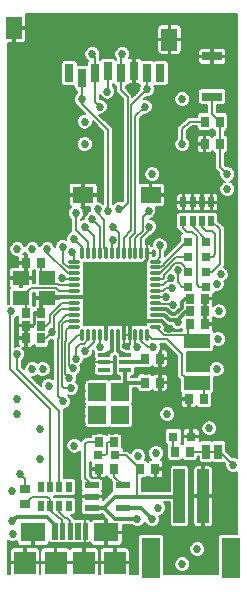
<source format=gtl>
G75*
G70*
%OFA0B0*%
%FSLAX24Y24*%
%IPPOS*%
%LPD*%
%AMOC8*
5,1,8,0,0,1.08239X$1,22.5*
%
%ADD10R,0.2165X0.2165*%
%ADD11C,0.0118*%
%ADD12R,0.0394X0.0138*%
%ADD13R,0.0394X0.1811*%
%ADD14R,0.0630X0.1339*%
%ADD15R,0.0709X0.0551*%
%ADD16R,0.0551X0.0748*%
%ADD17R,0.0315X0.0591*%
%ADD18C,0.0016*%
%ADD19R,0.0748X0.0748*%
%ADD20R,0.0827X0.0630*%
%ADD21R,0.0606X0.0606*%
%ADD22R,0.0276X0.0354*%
%ADD23R,0.0551X0.0472*%
%ADD24R,0.0866X0.0512*%
%ADD25R,0.0669X0.0315*%
%ADD26R,0.0315X0.0315*%
%ADD27R,0.0197X0.0354*%
%ADD28R,0.0472X0.0217*%
%ADD29R,0.0354X0.0276*%
%ADD30C,0.0080*%
%ADD31R,0.0250X0.0500*%
%ADD32C,0.0120*%
%ADD33C,0.0060*%
%ADD34C,0.0100*%
%ADD35C,0.0270*%
D10*
X005180Y010380D03*
D11*
X005278Y009150D02*
X005278Y008894D01*
X005082Y008894D02*
X005082Y009150D01*
X004885Y009150D02*
X004885Y008894D01*
X004688Y008894D02*
X004688Y009150D01*
X004491Y009150D02*
X004491Y008894D01*
X004294Y008894D02*
X004294Y009150D01*
X004097Y009150D02*
X004097Y008894D01*
X003950Y009297D02*
X003694Y009297D01*
X003694Y009494D02*
X003950Y009494D01*
X003950Y009691D02*
X003694Y009691D01*
X003694Y009888D02*
X003950Y009888D01*
X003950Y010085D02*
X003694Y010085D01*
X003694Y010282D02*
X003950Y010282D01*
X003950Y010478D02*
X003694Y010478D01*
X003694Y010675D02*
X003950Y010675D01*
X003950Y010872D02*
X003694Y010872D01*
X003694Y011069D02*
X003950Y011069D01*
X003950Y011266D02*
X003694Y011266D01*
X003694Y011463D02*
X003950Y011463D01*
X004097Y011610D02*
X004097Y011866D01*
X004294Y011866D02*
X004294Y011610D01*
X004491Y011610D02*
X004491Y011866D01*
X004688Y011866D02*
X004688Y011610D01*
X004885Y011610D02*
X004885Y011866D01*
X005082Y011866D02*
X005082Y011610D01*
X005278Y011610D02*
X005278Y011866D01*
X005475Y011866D02*
X005475Y011610D01*
X005672Y011610D02*
X005672Y011866D01*
X005869Y011866D02*
X005869Y011610D01*
X006066Y011610D02*
X006066Y011866D01*
X006263Y011866D02*
X006263Y011610D01*
X006410Y011463D02*
X006666Y011463D01*
X006666Y011266D02*
X006410Y011266D01*
X006410Y011069D02*
X006666Y011069D01*
X006666Y010872D02*
X006410Y010872D01*
X006410Y010675D02*
X006666Y010675D01*
X006666Y010478D02*
X006410Y010478D01*
X006410Y010282D02*
X006666Y010282D01*
X006666Y010085D02*
X006410Y010085D01*
X006410Y009888D02*
X006666Y009888D01*
X006666Y009691D02*
X006410Y009691D01*
X006410Y009494D02*
X006666Y009494D01*
X006666Y009297D02*
X006410Y009297D01*
X006263Y009150D02*
X006263Y008894D01*
X006066Y008894D02*
X006066Y009150D01*
X005869Y009150D02*
X005869Y008894D01*
X005672Y008894D02*
X005672Y009150D01*
X005475Y009150D02*
X005475Y008894D01*
D12*
X005534Y008361D03*
X005534Y008105D03*
X005534Y007849D03*
X004826Y007849D03*
X004826Y008105D03*
X004826Y008361D03*
D13*
X007336Y003637D03*
X008124Y003637D03*
D14*
X009069Y001589D03*
X006391Y001589D03*
D15*
X006373Y013687D03*
X004129Y013687D03*
D16*
X001826Y019258D03*
X007003Y018865D03*
D17*
X006692Y017743D03*
X006259Y017743D03*
X005826Y017821D03*
X005393Y017743D03*
X004959Y017821D03*
X004526Y017743D03*
X004093Y017585D03*
X003660Y017743D03*
D18*
X003750Y002226D02*
X003610Y002226D01*
X003610Y002740D01*
X003750Y002740D01*
X003750Y002226D01*
X003750Y002241D02*
X003610Y002241D01*
X003610Y002256D02*
X003750Y002256D01*
X003750Y002271D02*
X003610Y002271D01*
X003610Y002286D02*
X003750Y002286D01*
X003750Y002301D02*
X003610Y002301D01*
X003610Y002316D02*
X003750Y002316D01*
X003750Y002331D02*
X003610Y002331D01*
X003610Y002346D02*
X003750Y002346D01*
X003750Y002361D02*
X003610Y002361D01*
X003610Y002376D02*
X003750Y002376D01*
X003750Y002391D02*
X003610Y002391D01*
X003610Y002406D02*
X003750Y002406D01*
X003750Y002421D02*
X003610Y002421D01*
X003610Y002436D02*
X003750Y002436D01*
X003750Y002451D02*
X003610Y002451D01*
X003610Y002466D02*
X003750Y002466D01*
X003750Y002481D02*
X003610Y002481D01*
X003610Y002496D02*
X003750Y002496D01*
X003750Y002511D02*
X003610Y002511D01*
X003610Y002526D02*
X003750Y002526D01*
X003750Y002541D02*
X003610Y002541D01*
X003610Y002556D02*
X003750Y002556D01*
X003750Y002571D02*
X003610Y002571D01*
X003610Y002586D02*
X003750Y002586D01*
X003750Y002601D02*
X003610Y002601D01*
X003610Y002616D02*
X003750Y002616D01*
X003750Y002631D02*
X003610Y002631D01*
X003610Y002646D02*
X003750Y002646D01*
X003750Y002661D02*
X003610Y002661D01*
X003610Y002676D02*
X003750Y002676D01*
X003750Y002691D02*
X003610Y002691D01*
X003610Y002706D02*
X003750Y002706D01*
X003750Y002721D02*
X003610Y002721D01*
X003610Y002736D02*
X003750Y002736D01*
X003866Y002226D02*
X004006Y002226D01*
X003866Y002226D02*
X003866Y002740D01*
X004006Y002740D01*
X004006Y002226D01*
X004006Y002241D02*
X003866Y002241D01*
X003866Y002256D02*
X004006Y002256D01*
X004006Y002271D02*
X003866Y002271D01*
X003866Y002286D02*
X004006Y002286D01*
X004006Y002301D02*
X003866Y002301D01*
X003866Y002316D02*
X004006Y002316D01*
X004006Y002331D02*
X003866Y002331D01*
X003866Y002346D02*
X004006Y002346D01*
X004006Y002361D02*
X003866Y002361D01*
X003866Y002376D02*
X004006Y002376D01*
X004006Y002391D02*
X003866Y002391D01*
X003866Y002406D02*
X004006Y002406D01*
X004006Y002421D02*
X003866Y002421D01*
X003866Y002436D02*
X004006Y002436D01*
X004006Y002451D02*
X003866Y002451D01*
X003866Y002466D02*
X004006Y002466D01*
X004006Y002481D02*
X003866Y002481D01*
X003866Y002496D02*
X004006Y002496D01*
X004006Y002511D02*
X003866Y002511D01*
X003866Y002526D02*
X004006Y002526D01*
X004006Y002541D02*
X003866Y002541D01*
X003866Y002556D02*
X004006Y002556D01*
X004006Y002571D02*
X003866Y002571D01*
X003866Y002586D02*
X004006Y002586D01*
X004006Y002601D02*
X003866Y002601D01*
X003866Y002616D02*
X004006Y002616D01*
X004006Y002631D02*
X003866Y002631D01*
X003866Y002646D02*
X004006Y002646D01*
X004006Y002661D02*
X003866Y002661D01*
X003866Y002676D02*
X004006Y002676D01*
X004006Y002691D02*
X003866Y002691D01*
X003866Y002706D02*
X004006Y002706D01*
X004006Y002721D02*
X003866Y002721D01*
X003866Y002736D02*
X004006Y002736D01*
X004122Y002226D02*
X004262Y002226D01*
X004122Y002226D02*
X004122Y002740D01*
X004262Y002740D01*
X004262Y002226D01*
X004262Y002241D02*
X004122Y002241D01*
X004122Y002256D02*
X004262Y002256D01*
X004262Y002271D02*
X004122Y002271D01*
X004122Y002286D02*
X004262Y002286D01*
X004262Y002301D02*
X004122Y002301D01*
X004122Y002316D02*
X004262Y002316D01*
X004262Y002331D02*
X004122Y002331D01*
X004122Y002346D02*
X004262Y002346D01*
X004262Y002361D02*
X004122Y002361D01*
X004122Y002376D02*
X004262Y002376D01*
X004262Y002391D02*
X004122Y002391D01*
X004122Y002406D02*
X004262Y002406D01*
X004262Y002421D02*
X004122Y002421D01*
X004122Y002436D02*
X004262Y002436D01*
X004262Y002451D02*
X004122Y002451D01*
X004122Y002466D02*
X004262Y002466D01*
X004262Y002481D02*
X004122Y002481D01*
X004122Y002496D02*
X004262Y002496D01*
X004262Y002511D02*
X004122Y002511D01*
X004122Y002526D02*
X004262Y002526D01*
X004262Y002541D02*
X004122Y002541D01*
X004122Y002556D02*
X004262Y002556D01*
X004262Y002571D02*
X004122Y002571D01*
X004122Y002586D02*
X004262Y002586D01*
X004262Y002601D02*
X004122Y002601D01*
X004122Y002616D02*
X004262Y002616D01*
X004262Y002631D02*
X004122Y002631D01*
X004122Y002646D02*
X004262Y002646D01*
X004262Y002661D02*
X004122Y002661D01*
X004122Y002676D02*
X004262Y002676D01*
X004262Y002691D02*
X004122Y002691D01*
X004122Y002706D02*
X004262Y002706D01*
X004262Y002721D02*
X004122Y002721D01*
X004122Y002736D02*
X004262Y002736D01*
X003494Y002226D02*
X003354Y002226D01*
X003354Y002740D01*
X003494Y002740D01*
X003494Y002226D01*
X003494Y002241D02*
X003354Y002241D01*
X003354Y002256D02*
X003494Y002256D01*
X003494Y002271D02*
X003354Y002271D01*
X003354Y002286D02*
X003494Y002286D01*
X003494Y002301D02*
X003354Y002301D01*
X003354Y002316D02*
X003494Y002316D01*
X003494Y002331D02*
X003354Y002331D01*
X003354Y002346D02*
X003494Y002346D01*
X003494Y002361D02*
X003354Y002361D01*
X003354Y002376D02*
X003494Y002376D01*
X003494Y002391D02*
X003354Y002391D01*
X003354Y002406D02*
X003494Y002406D01*
X003494Y002421D02*
X003354Y002421D01*
X003354Y002436D02*
X003494Y002436D01*
X003494Y002451D02*
X003354Y002451D01*
X003354Y002466D02*
X003494Y002466D01*
X003494Y002481D02*
X003354Y002481D01*
X003354Y002496D02*
X003494Y002496D01*
X003494Y002511D02*
X003354Y002511D01*
X003354Y002526D02*
X003494Y002526D01*
X003494Y002541D02*
X003354Y002541D01*
X003354Y002556D02*
X003494Y002556D01*
X003494Y002571D02*
X003354Y002571D01*
X003354Y002586D02*
X003494Y002586D01*
X003494Y002601D02*
X003354Y002601D01*
X003354Y002616D02*
X003494Y002616D01*
X003494Y002631D02*
X003354Y002631D01*
X003354Y002646D02*
X003494Y002646D01*
X003494Y002661D02*
X003354Y002661D01*
X003354Y002676D02*
X003494Y002676D01*
X003494Y002691D02*
X003354Y002691D01*
X003354Y002706D02*
X003494Y002706D01*
X003494Y002721D02*
X003354Y002721D01*
X003354Y002736D02*
X003494Y002736D01*
X003238Y002226D02*
X003098Y002226D01*
X003098Y002740D01*
X003238Y002740D01*
X003238Y002226D01*
X003238Y002241D02*
X003098Y002241D01*
X003098Y002256D02*
X003238Y002256D01*
X003238Y002271D02*
X003098Y002271D01*
X003098Y002286D02*
X003238Y002286D01*
X003238Y002301D02*
X003098Y002301D01*
X003098Y002316D02*
X003238Y002316D01*
X003238Y002331D02*
X003098Y002331D01*
X003098Y002346D02*
X003238Y002346D01*
X003238Y002361D02*
X003098Y002361D01*
X003098Y002376D02*
X003238Y002376D01*
X003238Y002391D02*
X003098Y002391D01*
X003098Y002406D02*
X003238Y002406D01*
X003238Y002421D02*
X003098Y002421D01*
X003098Y002436D02*
X003238Y002436D01*
X003238Y002451D02*
X003098Y002451D01*
X003098Y002466D02*
X003238Y002466D01*
X003238Y002481D02*
X003098Y002481D01*
X003098Y002496D02*
X003238Y002496D01*
X003238Y002511D02*
X003098Y002511D01*
X003098Y002526D02*
X003238Y002526D01*
X003238Y002541D02*
X003098Y002541D01*
X003098Y002556D02*
X003238Y002556D01*
X003238Y002571D02*
X003098Y002571D01*
X003098Y002586D02*
X003238Y002586D01*
X003238Y002601D02*
X003098Y002601D01*
X003098Y002616D02*
X003238Y002616D01*
X003238Y002631D02*
X003098Y002631D01*
X003098Y002646D02*
X003238Y002646D01*
X003238Y002661D02*
X003098Y002661D01*
X003098Y002676D02*
X003238Y002676D01*
X003238Y002691D02*
X003098Y002691D01*
X003098Y002706D02*
X003238Y002706D01*
X003238Y002721D02*
X003098Y002721D01*
X003098Y002736D02*
X003238Y002736D01*
D19*
X003208Y001430D03*
X002184Y001430D03*
X004152Y001430D03*
X005176Y001430D03*
D20*
X004900Y002434D03*
X002459Y002434D03*
D21*
X004598Y006348D03*
X004598Y007112D03*
X005362Y007112D03*
X005362Y006348D03*
D22*
X005161Y005455D03*
X004649Y005455D03*
X004649Y004555D03*
X005161Y004555D03*
X006024Y004555D03*
X006536Y004555D03*
X007174Y005130D03*
X007686Y005130D03*
X007649Y006880D03*
X008161Y006880D03*
X008186Y009380D03*
X008186Y009805D03*
X008186Y010230D03*
X007674Y010230D03*
X007674Y009805D03*
X007674Y009380D03*
X006686Y008230D03*
X006686Y007430D03*
X006174Y007430D03*
X006174Y008230D03*
X002736Y008905D03*
X002736Y009330D03*
X002736Y009755D03*
X002224Y009755D03*
X002224Y009330D03*
X002224Y008905D03*
X002224Y011405D03*
X002736Y011405D03*
X008174Y015380D03*
X008174Y016130D03*
X008686Y016130D03*
X008686Y015380D03*
D23*
X002913Y010915D03*
X002913Y010245D03*
X002047Y010245D03*
X002047Y010915D03*
D24*
X007930Y008829D03*
X007930Y007431D03*
D25*
X008430Y016961D03*
X008430Y018299D03*
D26*
X008225Y012130D03*
X008225Y011630D03*
X008225Y011130D03*
X008225Y010630D03*
X007635Y010630D03*
X007635Y011130D03*
X007635Y011630D03*
X007635Y012130D03*
X007725Y005630D03*
X007135Y005630D03*
X005200Y005005D03*
X004610Y005005D03*
D27*
X003652Y003945D03*
X003337Y003945D03*
X003022Y003945D03*
X002708Y003945D03*
X002708Y003315D03*
X003022Y003315D03*
X003337Y003315D03*
X003652Y003315D03*
X007458Y012815D03*
X007458Y013445D03*
X007772Y013445D03*
X008087Y013445D03*
X008402Y013445D03*
X008402Y012815D03*
X008087Y012815D03*
X007772Y012815D03*
D28*
X005442Y004004D03*
X005442Y003256D03*
X004418Y003256D03*
X004418Y003630D03*
X004418Y004004D03*
D29*
X002180Y003886D03*
X002180Y003374D03*
D30*
X008280Y005130D02*
X008580Y005130D01*
D31*
X008630Y005130D03*
X008230Y005130D03*
D32*
X007336Y003637D02*
X007080Y003630D01*
X005930Y003630D01*
X005180Y003630D01*
X004806Y003256D01*
X004806Y003254D01*
X005180Y002880D01*
X005930Y002880D01*
X006054Y003256D02*
X005442Y003256D01*
X006054Y003256D02*
X006430Y002880D01*
X004806Y003256D02*
X004418Y003256D01*
X003168Y002717D02*
X003168Y002483D01*
X003168Y002717D02*
X002930Y002955D01*
X001905Y002955D01*
X001755Y002805D01*
X002224Y008905D02*
X002224Y009330D01*
X002736Y009755D02*
X002736Y010068D01*
X002913Y010245D01*
X002949Y010282D01*
X003822Y010282D01*
X005082Y010282D01*
X005180Y010380D01*
X005680Y010880D01*
X005680Y010980D01*
X005180Y010380D02*
X005475Y010085D01*
X005475Y009022D01*
X005278Y009022D02*
X005278Y008492D01*
X005534Y008361D01*
X005534Y008105D02*
X006155Y008105D01*
X006180Y008130D01*
X006174Y008230D01*
X006174Y007430D02*
X005584Y007430D01*
X005534Y007380D01*
X005534Y007284D01*
X005362Y007112D01*
X005534Y007380D02*
X005534Y007849D01*
X005082Y008492D02*
X004826Y008361D01*
X005082Y008492D02*
X005082Y009022D01*
X004885Y009022D02*
X004885Y010085D01*
X005180Y010380D01*
X005672Y009888D01*
X005672Y009022D01*
X006066Y009494D02*
X005180Y010380D01*
X006066Y009494D02*
X006538Y009494D01*
X006744Y009494D01*
X006980Y009230D01*
X007005Y009505D02*
X007230Y009505D01*
X007280Y009455D01*
X007280Y009530D01*
X007530Y009780D01*
X007630Y009780D01*
X007674Y009805D01*
X007405Y010130D02*
X007505Y010230D01*
X007674Y010230D01*
X007405Y010130D02*
X007405Y009930D01*
X007180Y009705D01*
X007080Y009705D01*
X006897Y009888D01*
X006538Y009888D01*
X006538Y009691D02*
X006819Y009691D01*
X007005Y009505D01*
X008186Y009380D02*
X008186Y009805D01*
X008186Y010230D01*
X002224Y011092D02*
X002047Y010915D01*
X002224Y011092D02*
X002224Y011405D01*
D33*
X001610Y002175D02*
X001610Y001060D01*
X001680Y001060D01*
X001680Y001400D01*
X002154Y001400D01*
X002154Y001460D01*
X002154Y001934D01*
X001793Y001934D01*
X001760Y001925D01*
X001730Y001908D01*
X001706Y001884D01*
X001689Y001854D01*
X001680Y001821D01*
X001680Y001460D01*
X002154Y001460D01*
X002214Y001460D01*
X002688Y001460D01*
X002688Y001821D01*
X002679Y001854D01*
X002662Y001884D01*
X002638Y001908D01*
X002608Y001925D01*
X002575Y001934D01*
X002214Y001934D01*
X002214Y001460D01*
X002214Y001400D01*
X002688Y001400D01*
X002688Y001060D01*
X002703Y001060D01*
X002703Y001400D01*
X003177Y001400D01*
X003177Y001460D01*
X002703Y001460D01*
X002703Y001821D01*
X002712Y001854D01*
X002729Y001884D01*
X002754Y001908D01*
X002783Y001925D01*
X002816Y001934D01*
X003178Y001934D01*
X003178Y001460D01*
X003237Y001460D01*
X003237Y001934D01*
X003599Y001934D01*
X003632Y001925D01*
X003661Y001908D01*
X003680Y001889D01*
X003699Y001908D01*
X003728Y001925D01*
X003761Y001934D01*
X004122Y001934D01*
X004122Y001460D01*
X004122Y001400D01*
X003648Y001400D01*
X003238Y001400D01*
X003238Y001460D01*
X004122Y001460D01*
X004182Y001460D01*
X004182Y001934D01*
X004544Y001934D01*
X004577Y001925D01*
X004606Y001908D01*
X004630Y001884D01*
X004648Y001854D01*
X004656Y001821D01*
X004656Y001460D01*
X004182Y001460D01*
X004182Y001400D01*
X004656Y001400D01*
X004656Y001060D01*
X004672Y001060D01*
X004672Y001400D01*
X005146Y001400D01*
X005146Y001460D01*
X004672Y001460D01*
X004672Y001821D01*
X004681Y001854D01*
X004698Y001884D01*
X004722Y001908D01*
X004752Y001925D01*
X004785Y001934D01*
X005146Y001934D01*
X005146Y001460D01*
X005206Y001460D01*
X005206Y001934D01*
X005567Y001934D01*
X005600Y001925D01*
X005630Y001908D01*
X005654Y001884D01*
X005671Y001854D01*
X005680Y001821D01*
X005680Y001460D01*
X005206Y001460D01*
X005206Y001400D01*
X005680Y001400D01*
X005680Y001060D01*
X005946Y001060D01*
X005946Y002313D01*
X006023Y002389D01*
X006760Y002389D01*
X006836Y002313D01*
X006836Y001060D01*
X008624Y001060D01*
X008624Y002313D01*
X008700Y002389D01*
X009250Y002389D01*
X009250Y004443D01*
X009183Y004415D01*
X009077Y004415D01*
X008980Y004455D01*
X008905Y004530D01*
X008865Y004627D01*
X008865Y004719D01*
X008821Y004762D01*
X008809Y004750D01*
X008451Y004750D01*
X008430Y004771D01*
X008409Y004750D01*
X008051Y004750D01*
X007975Y004826D01*
X007975Y004970D01*
X007954Y004970D01*
X007954Y004899D01*
X007877Y004823D01*
X007494Y004823D01*
X007430Y004887D01*
X007366Y004823D01*
X006982Y004823D01*
X006906Y004899D01*
X006906Y005360D01*
X006847Y005419D01*
X006847Y005841D01*
X006923Y005917D01*
X007346Y005917D01*
X007422Y005841D01*
X007422Y005419D01*
X007403Y005400D01*
X007430Y005373D01*
X007459Y005402D01*
X007447Y005422D01*
X007438Y005455D01*
X007438Y005600D01*
X007695Y005600D01*
X007695Y005660D01*
X007438Y005660D01*
X007438Y005805D01*
X007447Y005838D01*
X007464Y005867D01*
X007488Y005892D01*
X007518Y005909D01*
X007551Y005917D01*
X007695Y005917D01*
X007695Y005660D01*
X007755Y005660D01*
X007755Y005917D01*
X007900Y005917D01*
X007933Y005909D01*
X007963Y005892D01*
X007987Y005867D01*
X008004Y005838D01*
X008013Y005805D01*
X008013Y005660D01*
X007755Y005660D01*
X007755Y005600D01*
X008013Y005600D01*
X008013Y005472D01*
X008051Y005510D01*
X008409Y005510D01*
X008430Y005489D01*
X008451Y005510D01*
X008809Y005510D01*
X008885Y005434D01*
X008885Y005151D01*
X009091Y004945D01*
X009183Y004945D01*
X009250Y004917D01*
X009250Y019700D01*
X002212Y019700D01*
X002222Y019683D01*
X002231Y019649D01*
X002231Y019288D01*
X001856Y019288D01*
X001856Y019228D01*
X002231Y019228D01*
X002231Y018867D01*
X002222Y018834D01*
X002205Y018805D01*
X002181Y018780D01*
X002151Y018763D01*
X002118Y018754D01*
X001856Y018754D01*
X001856Y019228D01*
X001796Y019228D01*
X001796Y018754D01*
X001610Y018754D01*
X001610Y010042D01*
X001641Y010055D01*
X001641Y010535D01*
X001686Y010580D01*
X001667Y010599D01*
X001650Y010628D01*
X001641Y010661D01*
X001641Y010885D01*
X002017Y010885D01*
X002017Y010945D01*
X002017Y011118D01*
X002036Y011107D01*
X002069Y011098D01*
X002077Y011098D01*
X002077Y010945D01*
X002017Y010945D01*
X001641Y010945D01*
X001641Y011168D01*
X001650Y011201D01*
X001667Y011231D01*
X001691Y011255D01*
X001721Y011272D01*
X001754Y011281D01*
X001956Y011281D01*
X001956Y011375D01*
X002194Y011375D01*
X002194Y011435D01*
X001956Y011435D01*
X001956Y011599D01*
X001960Y011615D01*
X001877Y011615D01*
X001780Y011655D01*
X001705Y011730D01*
X001665Y011827D01*
X001665Y011933D01*
X001705Y012030D01*
X001780Y012105D01*
X001877Y012145D01*
X001983Y012145D01*
X002080Y012105D01*
X002155Y012030D01*
X002180Y011969D01*
X002205Y012030D01*
X002280Y012105D01*
X002377Y012145D01*
X002483Y012145D01*
X002580Y012105D01*
X002655Y012030D01*
X002680Y011969D01*
X002705Y012030D01*
X002780Y012105D01*
X002877Y012145D01*
X002983Y012145D01*
X003080Y012105D01*
X003155Y012030D01*
X003190Y011945D01*
X003190Y012008D01*
X003230Y012105D01*
X003305Y012180D01*
X003402Y012220D01*
X003508Y012220D01*
X003565Y012196D01*
X003565Y012283D01*
X003605Y012380D01*
X003680Y012455D01*
X003720Y012471D01*
X003720Y012865D01*
X003655Y012930D01*
X003615Y013027D01*
X003615Y013133D01*
X003655Y013230D01*
X003719Y013294D01*
X003695Y013308D01*
X003670Y013332D01*
X003653Y013362D01*
X003644Y013395D01*
X003644Y013657D01*
X004099Y013657D01*
X004159Y013657D01*
X004159Y013282D01*
X004099Y013282D01*
X004053Y013282D01*
X004105Y013230D01*
X004145Y013133D01*
X004145Y013027D01*
X004105Y012930D01*
X004040Y012865D01*
X004040Y012859D01*
X004127Y012895D01*
X004165Y012895D01*
X004165Y012933D01*
X004205Y013030D01*
X004280Y013105D01*
X004348Y013133D01*
X004340Y013152D01*
X004340Y013258D01*
X004350Y013282D01*
X004159Y013282D01*
X004159Y013341D02*
X004099Y013341D01*
X004099Y013399D02*
X004159Y013399D01*
X004159Y013458D02*
X004099Y013458D01*
X004099Y013516D02*
X004159Y013516D01*
X004159Y013575D02*
X004099Y013575D01*
X004099Y013633D02*
X004159Y013633D01*
X004159Y013657D02*
X004159Y013717D01*
X004613Y013717D01*
X004613Y013980D01*
X004604Y014013D01*
X004587Y014043D01*
X004563Y014067D01*
X004533Y014084D01*
X004500Y014093D01*
X004159Y014093D01*
X004159Y013717D01*
X004099Y013717D01*
X004099Y013657D01*
X004099Y013282D01*
X004107Y013224D02*
X004340Y013224D01*
X004340Y013165D02*
X004132Y013165D01*
X004145Y013107D02*
X004284Y013107D01*
X004223Y013048D02*
X004145Y013048D01*
X004129Y012990D02*
X004188Y012990D01*
X004165Y012931D02*
X004105Y012931D01*
X004073Y012873D02*
X004047Y012873D01*
X004180Y012630D02*
X004491Y012319D01*
X004491Y011738D01*
X004688Y011738D02*
X004688Y012622D01*
X004430Y012880D01*
X004605Y013080D02*
X004830Y012855D01*
X004830Y011930D01*
X004885Y011875D01*
X004885Y011738D01*
X005082Y011738D02*
X005082Y012132D01*
X005105Y012180D01*
X005330Y011930D02*
X005278Y011878D01*
X005278Y011738D01*
X005330Y011930D02*
X005330Y012405D01*
X005130Y012605D01*
X005475Y012250D02*
X005730Y012505D01*
X005730Y016671D01*
X005725Y016675D01*
X006259Y017209D01*
X006259Y017743D01*
X006104Y018168D02*
X006087Y018196D01*
X007965Y018196D01*
X007965Y018138D02*
X006933Y018138D01*
X006903Y018168D02*
X006480Y018168D01*
X006475Y018163D01*
X006470Y018168D01*
X006104Y018168D01*
X006087Y018196D02*
X006063Y018221D01*
X006033Y018238D01*
X006000Y018247D01*
X005856Y018247D01*
X005856Y017851D01*
X005796Y017851D01*
X005796Y018247D01*
X005662Y018247D01*
X005695Y018327D01*
X005695Y018433D01*
X005655Y018530D01*
X005580Y018605D01*
X005483Y018645D01*
X005377Y018645D01*
X005280Y018605D01*
X005205Y018530D01*
X005165Y018433D01*
X005165Y018327D01*
X005205Y018230D01*
X005233Y018203D01*
X005233Y018185D01*
X005171Y018247D01*
X004748Y018247D01*
X004686Y018185D01*
X004686Y018307D01*
X004695Y018327D01*
X004695Y018433D01*
X004655Y018530D01*
X004580Y018605D01*
X004483Y018645D01*
X004377Y018645D01*
X004280Y018605D01*
X004205Y018530D01*
X004165Y018433D01*
X004165Y018327D01*
X004205Y018230D01*
X004280Y018155D01*
X004296Y018149D01*
X004239Y018092D01*
X004239Y018010D01*
X003948Y018010D01*
X003948Y018092D01*
X003872Y018168D01*
X003449Y018168D01*
X003373Y018092D01*
X003373Y017393D01*
X003449Y017317D01*
X003806Y017317D01*
X003806Y017236D01*
X003882Y017160D01*
X003933Y017160D01*
X003933Y017095D01*
X003869Y017030D01*
X003828Y016933D01*
X003828Y016827D01*
X003869Y016730D01*
X003933Y016665D01*
X003933Y016650D01*
X004027Y016557D01*
X004189Y016395D01*
X004127Y016395D01*
X004030Y016355D01*
X003955Y016280D01*
X003915Y016183D01*
X003915Y016077D01*
X003955Y015980D01*
X004030Y015905D01*
X004127Y015865D01*
X004233Y015865D01*
X004330Y015905D01*
X004405Y015980D01*
X004445Y016077D01*
X004445Y016139D01*
X004795Y015789D01*
X004795Y013390D01*
X004755Y013430D01*
X004658Y013470D01*
X004613Y013470D01*
X004613Y013657D01*
X004159Y013657D01*
X004159Y013692D02*
X004795Y013692D01*
X004795Y013750D02*
X004613Y013750D01*
X004613Y013809D02*
X004795Y013809D01*
X004795Y013867D02*
X004613Y013867D01*
X004613Y013926D02*
X004795Y013926D01*
X004795Y013984D02*
X004612Y013984D01*
X004587Y014043D02*
X004795Y014043D01*
X004795Y014101D02*
X001610Y014101D01*
X001610Y014043D02*
X003670Y014043D01*
X003653Y014013D01*
X003644Y013980D01*
X003644Y013717D01*
X004099Y013717D01*
X004099Y014093D01*
X003757Y014093D01*
X003724Y014084D01*
X003695Y014067D01*
X003670Y014043D01*
X003645Y013984D02*
X001610Y013984D01*
X001610Y013926D02*
X003644Y013926D01*
X003644Y013867D02*
X001610Y013867D01*
X001610Y013809D02*
X003644Y013809D01*
X003644Y013750D02*
X001610Y013750D01*
X001610Y013692D02*
X004099Y013692D01*
X004099Y013750D02*
X004159Y013750D01*
X004159Y013809D02*
X004099Y013809D01*
X004099Y013867D02*
X004159Y013867D01*
X004159Y013926D02*
X004099Y013926D01*
X004099Y013984D02*
X004159Y013984D01*
X004159Y014043D02*
X004099Y014043D01*
X003644Y013633D02*
X001610Y013633D01*
X001610Y013575D02*
X003644Y013575D01*
X003644Y013516D02*
X001610Y013516D01*
X001610Y013458D02*
X003644Y013458D01*
X003644Y013399D02*
X001610Y013399D01*
X001610Y013341D02*
X003666Y013341D01*
X003707Y013282D02*
X001610Y013282D01*
X001610Y013224D02*
X003653Y013224D01*
X003628Y013165D02*
X001610Y013165D01*
X001610Y013107D02*
X003615Y013107D01*
X003615Y013048D02*
X001610Y013048D01*
X001610Y012990D02*
X003631Y012990D01*
X003655Y012931D02*
X001610Y012931D01*
X001610Y012873D02*
X003713Y012873D01*
X003720Y012814D02*
X001610Y012814D01*
X001610Y012756D02*
X003720Y012756D01*
X003720Y012697D02*
X001610Y012697D01*
X001610Y012639D02*
X003720Y012639D01*
X003720Y012580D02*
X001610Y012580D01*
X001610Y012522D02*
X003720Y012522D01*
X003700Y012463D02*
X001610Y012463D01*
X001610Y012405D02*
X003630Y012405D01*
X003591Y012346D02*
X001610Y012346D01*
X001610Y012288D02*
X003567Y012288D01*
X003565Y012229D02*
X001610Y012229D01*
X001610Y012171D02*
X003296Y012171D01*
X003237Y012112D02*
X003062Y012112D01*
X003131Y012054D02*
X003209Y012054D01*
X003190Y011995D02*
X003169Y011995D01*
X002930Y011880D02*
X002930Y011755D01*
X003616Y011069D01*
X003822Y011069D01*
X003822Y011266D02*
X003619Y011266D01*
X003455Y011430D01*
X003455Y011955D01*
X003755Y011780D02*
X003822Y011713D01*
X003822Y011463D01*
X004097Y011738D02*
X004097Y011963D01*
X003830Y012230D01*
X003930Y012130D01*
X004294Y012116D02*
X003880Y012530D01*
X003880Y013080D01*
X004294Y012116D02*
X004294Y011738D01*
X003822Y010872D02*
X003463Y010872D01*
X003405Y010930D01*
X003280Y010705D02*
X003123Y010705D01*
X002913Y010915D01*
X002736Y011092D01*
X002736Y011405D01*
X002476Y011166D02*
X002507Y011135D01*
X002507Y010740D01*
X002452Y010740D01*
X002452Y010885D01*
X002077Y010885D01*
X002077Y010945D01*
X002452Y010945D01*
X002452Y011135D01*
X002466Y011148D01*
X002476Y011166D01*
X002452Y011118D02*
X002507Y011118D01*
X002507Y011059D02*
X002452Y011059D01*
X002452Y011001D02*
X002507Y011001D01*
X002507Y010942D02*
X002077Y010942D01*
X002077Y010885D02*
X002017Y010885D01*
X002017Y010612D01*
X002077Y010612D01*
X002077Y010885D01*
X002077Y010884D02*
X002017Y010884D01*
X002017Y010942D02*
X001610Y010942D01*
X001610Y010884D02*
X001641Y010884D01*
X001641Y010825D02*
X001610Y010825D01*
X001610Y010767D02*
X001641Y010767D01*
X001641Y010708D02*
X001610Y010708D01*
X001610Y010650D02*
X001644Y010650D01*
X001675Y010591D02*
X001610Y010591D01*
X001610Y010533D02*
X001641Y010533D01*
X001641Y010474D02*
X001610Y010474D01*
X001610Y010416D02*
X001641Y010416D01*
X001641Y010357D02*
X001610Y010357D01*
X001610Y010299D02*
X001641Y010299D01*
X001641Y010240D02*
X001610Y010240D01*
X001610Y010182D02*
X001641Y010182D01*
X001641Y010123D02*
X001610Y010123D01*
X001610Y010065D02*
X001641Y010065D01*
X001730Y009805D02*
X001680Y009755D01*
X001680Y007880D01*
X003022Y006537D01*
X003022Y003945D01*
X002930Y003630D02*
X002436Y003630D01*
X002180Y003374D01*
X002180Y003886D02*
X002180Y004230D01*
X002030Y004380D01*
X002930Y003630D02*
X003022Y003537D01*
X003022Y003315D01*
X003022Y003187D01*
X003305Y002905D01*
X003355Y002905D01*
X003424Y002836D01*
X003424Y002483D01*
X003680Y002483D02*
X003680Y002830D01*
X003580Y002930D01*
X003530Y002930D01*
X003337Y003123D01*
X003337Y003315D01*
X003495Y003617D02*
X003490Y003622D01*
X003185Y003622D01*
X003180Y003617D01*
X003175Y003622D01*
X003164Y003622D01*
X003148Y003638D01*
X003175Y003638D01*
X003180Y003643D01*
X003185Y003638D01*
X003490Y003638D01*
X003495Y003643D01*
X003500Y003638D01*
X003805Y003638D01*
X003881Y003714D01*
X003881Y004176D01*
X003805Y004252D01*
X003500Y004252D01*
X003497Y004249D01*
X003497Y006539D01*
X003496Y006540D01*
X003508Y006540D01*
X003605Y006580D01*
X003680Y006655D01*
X003720Y006752D01*
X003720Y006858D01*
X003680Y006955D01*
X003622Y007013D01*
X003677Y006990D01*
X003783Y006990D01*
X003880Y007030D01*
X003955Y007105D01*
X003995Y007202D01*
X003995Y007308D01*
X003955Y007405D01*
X003894Y007465D01*
X003920Y007527D01*
X003920Y007633D01*
X003905Y007670D01*
X003930Y007680D01*
X004005Y007755D01*
X004045Y007852D01*
X004045Y007958D01*
X004026Y008004D01*
X004030Y008005D01*
X004105Y008080D01*
X004145Y008177D01*
X004145Y008215D01*
X004233Y008215D01*
X004330Y008255D01*
X004405Y008330D01*
X004445Y008427D01*
X004445Y008505D01*
X004455Y008480D01*
X004499Y008436D01*
X004499Y008238D01*
X004510Y008227D01*
X004508Y008224D01*
X004499Y008191D01*
X004499Y008109D01*
X004821Y008109D01*
X004821Y008101D01*
X004499Y008101D01*
X004499Y008019D01*
X004508Y007986D01*
X004510Y007983D01*
X004499Y007972D01*
X004499Y007726D01*
X004575Y007650D01*
X005076Y007650D01*
X005152Y007726D01*
X005152Y007972D01*
X005142Y007983D01*
X005144Y007986D01*
X005152Y008019D01*
X005152Y008101D01*
X004830Y008101D01*
X004830Y008109D01*
X005152Y008109D01*
X005152Y008191D01*
X005144Y008224D01*
X005142Y008227D01*
X005152Y008238D01*
X005152Y008302D01*
X005160Y008302D01*
X005180Y008322D01*
X005200Y008302D01*
X005207Y008302D01*
X005207Y008238D01*
X005213Y008233D01*
X005207Y008228D01*
X005207Y007982D01*
X005213Y007977D01*
X005207Y007972D01*
X005207Y007726D01*
X005284Y007650D01*
X005344Y007650D01*
X005344Y007545D01*
X005005Y007545D01*
X004980Y007520D01*
X004955Y007545D01*
X004241Y007545D01*
X004165Y007469D01*
X004165Y006755D01*
X004190Y006730D01*
X004165Y006705D01*
X004165Y005991D01*
X004241Y005915D01*
X004955Y005915D01*
X004980Y005940D01*
X005005Y005915D01*
X005719Y005915D01*
X005795Y005991D01*
X005795Y006705D01*
X005770Y006730D01*
X005795Y006755D01*
X005795Y007240D01*
X005906Y007240D01*
X005906Y007199D01*
X005982Y007123D01*
X006366Y007123D01*
X006434Y007191D01*
X006444Y007173D01*
X006468Y007149D01*
X006498Y007132D01*
X006531Y007123D01*
X006656Y007123D01*
X006656Y007400D01*
X006716Y007400D01*
X006716Y007460D01*
X006954Y007460D01*
X006954Y007624D01*
X006945Y007657D01*
X006928Y007687D01*
X006903Y007711D01*
X006874Y007728D01*
X006841Y007737D01*
X006716Y007737D01*
X006716Y007460D01*
X006656Y007460D01*
X006656Y007737D01*
X006531Y007737D01*
X006498Y007728D01*
X006468Y007711D01*
X006444Y007687D01*
X006434Y007669D01*
X006366Y007737D01*
X005982Y007737D01*
X005906Y007661D01*
X005906Y007620D01*
X005724Y007620D01*
X005724Y007650D01*
X005785Y007650D01*
X005861Y007726D01*
X005861Y007915D01*
X006234Y007915D01*
X006241Y007923D01*
X006366Y007923D01*
X006434Y007991D01*
X006444Y007973D01*
X006468Y007949D01*
X006498Y007932D01*
X006531Y007923D01*
X006656Y007923D01*
X006656Y008200D01*
X006716Y008200D01*
X006716Y008260D01*
X006954Y008260D01*
X006954Y008424D01*
X006945Y008457D01*
X006928Y008487D01*
X006903Y008511D01*
X006874Y008528D01*
X006841Y008537D01*
X006716Y008537D01*
X006716Y008260D01*
X006656Y008260D01*
X006656Y008431D01*
X006680Y008455D01*
X006720Y008552D01*
X006720Y008658D01*
X006694Y008720D01*
X006864Y008720D01*
X007270Y008314D01*
X007270Y007719D01*
X007257Y007693D01*
X007270Y007655D01*
X007270Y007615D01*
X007290Y007595D01*
X007299Y007568D01*
X007335Y007550D01*
X007364Y007521D01*
X007367Y007521D01*
X007367Y007121D01*
X007388Y007100D01*
X007381Y007074D01*
X007381Y006910D01*
X007619Y006910D01*
X007619Y006850D01*
X007381Y006850D01*
X007381Y006686D01*
X007390Y006653D01*
X007407Y006623D01*
X007431Y006599D01*
X007461Y006582D01*
X007494Y006573D01*
X007619Y006573D01*
X007619Y006850D01*
X007679Y006850D01*
X007679Y006573D01*
X007804Y006573D01*
X007837Y006582D01*
X007867Y006599D01*
X007891Y006623D01*
X007901Y006641D01*
X007969Y006573D01*
X008352Y006573D01*
X008429Y006649D01*
X008429Y007057D01*
X008493Y007121D01*
X008493Y007629D01*
X008527Y007615D01*
X008633Y007615D01*
X008730Y007655D01*
X008805Y007730D01*
X008845Y007827D01*
X008845Y007933D01*
X008805Y008030D01*
X008730Y008105D01*
X008633Y008145D01*
X008527Y008145D01*
X008430Y008105D01*
X008355Y008030D01*
X008315Y007933D01*
X008315Y007827D01*
X008319Y007817D01*
X007590Y007817D01*
X007590Y008443D01*
X008417Y008443D01*
X008493Y008519D01*
X008493Y008650D01*
X008577Y008615D01*
X008683Y008615D01*
X008780Y008655D01*
X008855Y008730D01*
X008895Y008827D01*
X008895Y008933D01*
X008855Y009030D01*
X008780Y009105D01*
X008683Y009145D01*
X008577Y009145D01*
X008493Y009110D01*
X008493Y009139D01*
X008452Y009180D01*
X008454Y009186D01*
X008454Y009350D01*
X008216Y009350D01*
X008216Y009410D01*
X008454Y009410D01*
X008454Y009574D01*
X008449Y009593D01*
X008454Y009611D01*
X008454Y009632D01*
X008505Y009580D01*
X008602Y009540D01*
X008708Y009540D01*
X008805Y009580D01*
X008880Y009655D01*
X009250Y009655D01*
X009250Y009597D02*
X008821Y009597D01*
X008880Y009655D02*
X008920Y009752D01*
X008920Y009858D01*
X008880Y009955D01*
X008805Y010030D01*
X008708Y010070D01*
X008602Y010070D01*
X008505Y010030D01*
X008454Y009978D01*
X008454Y009999D01*
X008449Y010018D01*
X008454Y010036D01*
X008454Y010200D01*
X008216Y010200D01*
X008216Y010260D01*
X008454Y010260D01*
X008454Y010360D01*
X008513Y010419D01*
X008513Y010461D01*
X008527Y010455D01*
X008633Y010455D01*
X008730Y010495D01*
X008805Y010570D01*
X008845Y010667D01*
X008845Y010773D01*
X008833Y010802D01*
X008865Y010815D01*
X008940Y010890D01*
X008980Y010987D01*
X008980Y011093D01*
X008940Y011190D01*
X008865Y011265D01*
X008813Y011286D01*
X008840Y011314D01*
X008840Y012604D01*
X008631Y012813D01*
X008631Y013046D01*
X008555Y013122D01*
X008250Y013122D01*
X008245Y013117D01*
X008240Y013122D01*
X007935Y013122D01*
X007930Y013117D01*
X007925Y013122D01*
X007620Y013122D01*
X007615Y013117D01*
X007610Y013122D01*
X007305Y013122D01*
X007229Y013046D01*
X007229Y012584D01*
X007298Y012516D01*
X007298Y012511D01*
X007391Y012417D01*
X007407Y012401D01*
X007347Y012341D01*
X007347Y012149D01*
X006840Y011641D01*
X006840Y011790D01*
X006905Y011855D01*
X006945Y011952D01*
X006945Y012058D01*
X006905Y012155D01*
X006830Y012230D01*
X006733Y012270D01*
X006627Y012270D01*
X006530Y012230D01*
X006455Y012155D01*
X006415Y012058D01*
X006415Y011980D01*
X006414Y011982D01*
X006379Y012018D01*
X006336Y012042D01*
X006288Y012055D01*
X006263Y012055D01*
X006263Y011738D01*
X006263Y011738D01*
X006452Y011738D01*
X006452Y011652D01*
X006501Y011652D01*
X006520Y011671D01*
X006520Y011790D01*
X006455Y011855D01*
X006452Y011864D01*
X006452Y011738D01*
X006263Y011738D01*
X006263Y011738D01*
X006263Y012055D01*
X006238Y012055D01*
X006226Y012052D01*
X006226Y012175D01*
X006396Y012345D01*
X006440Y012389D01*
X006480Y012405D01*
X006555Y012480D01*
X006595Y012577D01*
X006595Y012683D01*
X006555Y012780D01*
X006480Y012855D01*
X006383Y012895D01*
X006370Y012895D01*
X006455Y012930D01*
X006530Y013005D01*
X006570Y013102D01*
X006570Y013208D01*
X006539Y013282D01*
X006744Y013282D01*
X006777Y013291D01*
X006807Y013308D01*
X006831Y013332D01*
X006848Y013362D01*
X006857Y013395D01*
X006857Y013657D01*
X006403Y013657D01*
X006403Y013717D01*
X006857Y013717D01*
X006857Y013980D01*
X006848Y014013D01*
X006831Y014043D01*
X006807Y014067D01*
X006777Y014084D01*
X006744Y014093D01*
X006403Y014093D01*
X006403Y013717D01*
X006343Y013717D01*
X006343Y014093D01*
X006015Y014093D01*
X006015Y016239D01*
X006141Y016365D01*
X006233Y016365D01*
X006330Y016405D01*
X006405Y016480D01*
X006445Y016577D01*
X006445Y016683D01*
X006405Y016780D01*
X006330Y016855D01*
X006233Y016895D01*
X006171Y016895D01*
X006220Y016944D01*
X006311Y016944D01*
X006409Y016984D01*
X006483Y017059D01*
X006524Y017156D01*
X006524Y017261D01*
X006501Y017317D01*
X006903Y017317D01*
X006979Y017393D01*
X006979Y018092D01*
X006903Y018168D01*
X006979Y018079D02*
X007981Y018079D01*
X007974Y018092D02*
X007991Y018062D01*
X008015Y018038D01*
X008045Y018021D01*
X008078Y018012D01*
X008400Y018012D01*
X008400Y018269D01*
X008460Y018269D01*
X008460Y018012D01*
X008782Y018012D01*
X008815Y018021D01*
X008844Y018038D01*
X008869Y018062D01*
X008886Y018092D01*
X008895Y018125D01*
X008895Y018269D01*
X008460Y018269D01*
X008460Y018329D01*
X008895Y018329D01*
X008895Y018474D01*
X008886Y018507D01*
X008869Y018537D01*
X008844Y018561D01*
X008815Y018578D01*
X008782Y018587D01*
X008460Y018587D01*
X008460Y018329D01*
X008400Y018329D01*
X008400Y018269D01*
X007965Y018269D01*
X007965Y018125D01*
X007974Y018092D01*
X008045Y018021D02*
X006979Y018021D01*
X006979Y017962D02*
X009250Y017962D01*
X009250Y017904D02*
X006979Y017904D01*
X006979Y017845D02*
X009250Y017845D01*
X009250Y017787D02*
X006979Y017787D01*
X006979Y017728D02*
X009250Y017728D01*
X009250Y017670D02*
X006979Y017670D01*
X006979Y017611D02*
X009250Y017611D01*
X009250Y017553D02*
X006979Y017553D01*
X006979Y017494D02*
X009250Y017494D01*
X009250Y017436D02*
X006979Y017436D01*
X006963Y017377D02*
X009250Y017377D01*
X009250Y017319D02*
X006904Y017319D01*
X007205Y017030D02*
X007165Y016933D01*
X007165Y016827D01*
X007205Y016730D01*
X007280Y016655D01*
X007377Y016615D01*
X007483Y016615D01*
X007580Y016655D01*
X007655Y016730D01*
X007695Y016827D01*
X007695Y016933D01*
X007655Y017030D01*
X007580Y017105D01*
X007483Y017145D01*
X007377Y017145D01*
X007280Y017105D01*
X007205Y017030D01*
X007204Y017026D02*
X006451Y017026D01*
X006494Y017085D02*
X007260Y017085D01*
X007373Y017143D02*
X006518Y017143D01*
X006524Y017202D02*
X007995Y017202D01*
X007965Y017172D02*
X008041Y017248D01*
X008818Y017248D01*
X008895Y017172D01*
X008895Y016749D01*
X008818Y016673D01*
X008590Y016673D01*
X008590Y016452D01*
X008605Y016437D01*
X008877Y016437D01*
X008954Y016361D01*
X008954Y015899D01*
X008877Y015823D01*
X008846Y015823D01*
X008846Y015687D01*
X008877Y015687D01*
X008954Y015611D01*
X008954Y015149D01*
X008877Y015073D01*
X008846Y015073D01*
X008846Y014690D01*
X008891Y014645D01*
X008983Y014645D01*
X009080Y014605D01*
X009155Y014530D01*
X009195Y014433D01*
X009195Y014327D01*
X009155Y014230D01*
X009080Y014155D01*
X009019Y014130D01*
X009080Y014105D01*
X009155Y014030D01*
X009195Y013933D01*
X009195Y013827D01*
X009155Y013730D01*
X009080Y013655D01*
X008983Y013615D01*
X008877Y013615D01*
X008780Y013655D01*
X008705Y013730D01*
X008665Y013827D01*
X008665Y013933D01*
X008705Y014030D01*
X008780Y014105D01*
X008841Y014130D01*
X008780Y014155D01*
X008705Y014230D01*
X008665Y014327D01*
X008665Y014419D01*
X008526Y014558D01*
X008526Y015073D01*
X008494Y015073D01*
X008426Y015141D01*
X008416Y015123D01*
X008392Y015099D01*
X008362Y015082D01*
X008329Y015073D01*
X008204Y015073D01*
X008204Y015350D01*
X008144Y015350D01*
X007906Y015350D01*
X007906Y015186D01*
X007915Y015153D01*
X007932Y015123D01*
X007956Y015099D01*
X007986Y015082D01*
X008019Y015073D01*
X008144Y015073D01*
X008144Y015350D01*
X008144Y015410D01*
X007906Y015410D01*
X007906Y015574D01*
X007915Y015607D01*
X007932Y015637D01*
X007956Y015661D01*
X007986Y015678D01*
X008019Y015687D01*
X008144Y015687D01*
X008144Y015410D01*
X008204Y015410D01*
X008204Y015687D01*
X008329Y015687D01*
X008362Y015678D01*
X008392Y015661D01*
X008416Y015637D01*
X008426Y015619D01*
X008494Y015687D01*
X008526Y015687D01*
X008526Y015823D01*
X008494Y015823D01*
X008430Y015887D01*
X008366Y015823D01*
X007982Y015823D01*
X007906Y015899D01*
X007906Y015970D01*
X007746Y015970D01*
X007590Y015814D01*
X007590Y015595D01*
X007655Y015530D01*
X007695Y015433D01*
X007695Y015327D01*
X007655Y015230D01*
X007580Y015155D01*
X007483Y015115D01*
X007377Y015115D01*
X007280Y015155D01*
X007205Y015230D01*
X007165Y015327D01*
X007165Y015433D01*
X007205Y015530D01*
X007270Y015595D01*
X007270Y015946D01*
X007364Y016040D01*
X007614Y016290D01*
X007906Y016290D01*
X007906Y016361D01*
X007982Y016437D01*
X008270Y016437D01*
X008270Y016673D01*
X008041Y016673D01*
X007965Y016749D01*
X007965Y017172D01*
X007965Y017143D02*
X007487Y017143D01*
X007600Y017085D02*
X007965Y017085D01*
X007965Y017026D02*
X007656Y017026D01*
X007681Y016968D02*
X007965Y016968D01*
X007965Y016909D02*
X007695Y016909D01*
X007695Y016851D02*
X007965Y016851D01*
X007965Y016792D02*
X007680Y016792D01*
X007656Y016734D02*
X007981Y016734D01*
X008040Y016675D02*
X007600Y016675D01*
X007486Y016617D02*
X008270Y016617D01*
X008270Y016558D02*
X006437Y016558D01*
X006445Y016617D02*
X007373Y016617D01*
X007260Y016675D02*
X006445Y016675D01*
X006424Y016734D02*
X007204Y016734D01*
X007180Y016792D02*
X006393Y016792D01*
X006334Y016851D02*
X007165Y016851D01*
X007165Y016909D02*
X006185Y016909D01*
X006180Y016630D02*
X005855Y016305D01*
X005855Y012430D01*
X005672Y012247D01*
X005672Y011738D01*
X005475Y011738D02*
X005475Y012250D01*
X005869Y012244D02*
X005869Y011738D01*
X006066Y011738D02*
X006066Y012241D01*
X006330Y012505D01*
X006330Y012605D01*
X006319Y012616D01*
X006316Y012616D01*
X006330Y012630D01*
X006521Y012814D02*
X007229Y012814D01*
X007229Y012756D02*
X006565Y012756D01*
X006589Y012697D02*
X007229Y012697D01*
X007229Y012639D02*
X006595Y012639D01*
X006595Y012580D02*
X007233Y012580D01*
X007292Y012522D02*
X006572Y012522D01*
X006538Y012463D02*
X007346Y012463D01*
X007404Y012405D02*
X006478Y012405D01*
X006397Y012346D02*
X007352Y012346D01*
X007347Y012288D02*
X006339Y012288D01*
X006280Y012229D02*
X006529Y012229D01*
X006471Y012171D02*
X006226Y012171D01*
X006226Y012112D02*
X006437Y012112D01*
X006415Y012054D02*
X006294Y012054D01*
X006263Y012054D02*
X006263Y012054D01*
X006231Y012054D02*
X006226Y012054D01*
X006263Y011995D02*
X006263Y011995D01*
X006263Y011937D02*
X006263Y011937D01*
X006263Y011878D02*
X006263Y011878D01*
X006263Y011820D02*
X006263Y011820D01*
X006263Y011761D02*
X006263Y011761D01*
X006401Y011995D02*
X006415Y011995D01*
X006452Y011820D02*
X006491Y011820D01*
X006520Y011761D02*
X006452Y011761D01*
X006452Y011703D02*
X006520Y011703D01*
X006680Y011604D02*
X006538Y011463D01*
X006546Y011455D01*
X006630Y011455D01*
X006680Y011604D02*
X006680Y012005D01*
X006831Y012229D02*
X007347Y012229D01*
X007347Y012171D02*
X006889Y012171D01*
X006922Y012112D02*
X007311Y012112D01*
X007252Y012054D02*
X006945Y012054D01*
X006945Y011995D02*
X007194Y011995D01*
X007135Y011937D02*
X006938Y011937D01*
X006914Y011878D02*
X007077Y011878D01*
X007018Y011820D02*
X006869Y011820D01*
X006840Y011761D02*
X006960Y011761D01*
X006901Y011703D02*
X006840Y011703D01*
X006840Y011644D02*
X006843Y011644D01*
X006805Y011380D02*
X007555Y012130D01*
X007635Y012130D01*
X007905Y012305D02*
X007755Y012455D01*
X007580Y012455D01*
X007458Y012577D01*
X007458Y012815D01*
X007229Y012873D02*
X006437Y012873D01*
X006456Y012931D02*
X007229Y012931D01*
X007229Y012990D02*
X006514Y012990D01*
X006547Y013048D02*
X007231Y013048D01*
X007290Y013107D02*
X006570Y013107D01*
X006570Y013165D02*
X007278Y013165D01*
X007279Y013164D02*
X007309Y013147D01*
X007342Y013138D01*
X007438Y013138D01*
X007438Y013426D01*
X007229Y013426D01*
X007229Y013251D01*
X007238Y013218D01*
X007255Y013188D01*
X007279Y013164D01*
X007236Y013224D02*
X006563Y013224D01*
X006745Y013282D02*
X007229Y013282D01*
X007229Y013341D02*
X006836Y013341D01*
X006857Y013399D02*
X007229Y013399D01*
X007229Y013464D02*
X007438Y013464D01*
X007438Y013426D01*
X007477Y013426D01*
X007477Y013464D01*
X007753Y013464D01*
X007753Y013426D01*
X007544Y013426D01*
X007477Y013426D01*
X007477Y013138D01*
X007573Y013138D01*
X007606Y013147D01*
X007615Y013152D01*
X007624Y013147D01*
X007657Y013138D01*
X007753Y013138D01*
X007753Y013426D01*
X007792Y013426D01*
X007792Y013464D01*
X008068Y013464D01*
X008068Y013426D01*
X007859Y013426D01*
X007792Y013426D01*
X007792Y013138D01*
X007888Y013138D01*
X007921Y013147D01*
X007930Y013152D01*
X007939Y013147D01*
X007972Y013138D01*
X008068Y013138D01*
X008068Y013426D01*
X008107Y013426D01*
X008107Y013464D01*
X008383Y013464D01*
X008383Y013426D01*
X008174Y013426D01*
X008107Y013426D01*
X008107Y013138D01*
X008203Y013138D01*
X008236Y013147D01*
X008245Y013152D01*
X008254Y013147D01*
X008287Y013138D01*
X008383Y013138D01*
X008383Y013426D01*
X008422Y013426D01*
X008422Y013464D01*
X008631Y013464D01*
X008631Y013639D01*
X008622Y013672D01*
X008605Y013702D01*
X008581Y013726D01*
X008551Y013743D01*
X008518Y013752D01*
X008422Y013752D01*
X008422Y013464D01*
X008383Y013464D01*
X008383Y013752D01*
X008287Y013752D01*
X008254Y013743D01*
X008245Y013738D01*
X008236Y013743D01*
X008203Y013752D01*
X008107Y013752D01*
X008107Y013464D01*
X008068Y013464D01*
X008068Y013752D01*
X007972Y013752D01*
X007939Y013743D01*
X007930Y013738D01*
X007921Y013743D01*
X007888Y013752D01*
X007792Y013752D01*
X007792Y013464D01*
X007753Y013464D01*
X007753Y013752D01*
X007657Y013752D01*
X007624Y013743D01*
X007615Y013738D01*
X007606Y013743D01*
X007573Y013752D01*
X007477Y013752D01*
X007477Y013464D01*
X007438Y013464D01*
X007438Y013752D01*
X007342Y013752D01*
X007309Y013743D01*
X007279Y013726D01*
X007255Y013702D01*
X007238Y013672D01*
X007229Y013639D01*
X007229Y013464D01*
X007229Y013516D02*
X006857Y013516D01*
X006857Y013458D02*
X007438Y013458D01*
X007477Y013458D02*
X007753Y013458D01*
X007792Y013458D02*
X008068Y013458D01*
X008107Y013458D02*
X008383Y013458D01*
X008422Y013458D02*
X009250Y013458D01*
X009250Y013516D02*
X008631Y013516D01*
X008631Y013575D02*
X009250Y013575D01*
X009250Y013633D02*
X009026Y013633D01*
X009116Y013692D02*
X009250Y013692D01*
X009250Y013750D02*
X009163Y013750D01*
X009187Y013809D02*
X009250Y013809D01*
X009250Y013867D02*
X009195Y013867D01*
X009195Y013926D02*
X009250Y013926D01*
X009250Y013984D02*
X009174Y013984D01*
X009142Y014043D02*
X009250Y014043D01*
X009250Y014101D02*
X009084Y014101D01*
X009084Y014160D02*
X009250Y014160D01*
X009250Y014218D02*
X009143Y014218D01*
X009174Y014277D02*
X009250Y014277D01*
X009250Y014335D02*
X009195Y014335D01*
X009195Y014394D02*
X009250Y014394D01*
X009250Y014452D02*
X009187Y014452D01*
X009163Y014511D02*
X009250Y014511D01*
X009250Y014569D02*
X009116Y014569D01*
X009025Y014628D02*
X009250Y014628D01*
X009250Y014686D02*
X008850Y014686D01*
X008846Y014745D02*
X009250Y014745D01*
X009250Y014803D02*
X008846Y014803D01*
X008846Y014862D02*
X009250Y014862D01*
X009250Y014920D02*
X008846Y014920D01*
X008846Y014979D02*
X009250Y014979D01*
X009250Y015037D02*
X008846Y015037D01*
X008900Y015096D02*
X009250Y015096D01*
X009250Y015154D02*
X008954Y015154D01*
X008954Y015213D02*
X009250Y015213D01*
X009250Y015271D02*
X008954Y015271D01*
X008954Y015330D02*
X009250Y015330D01*
X009250Y015388D02*
X008954Y015388D01*
X008954Y015447D02*
X009250Y015447D01*
X009250Y015505D02*
X008954Y015505D01*
X008954Y015564D02*
X009250Y015564D01*
X009250Y015622D02*
X008943Y015622D01*
X008884Y015681D02*
X009250Y015681D01*
X009250Y015739D02*
X008846Y015739D01*
X008846Y015798D02*
X009250Y015798D01*
X009250Y015856D02*
X008911Y015856D01*
X008954Y015915D02*
X009250Y015915D01*
X009250Y015973D02*
X008954Y015973D01*
X008954Y016032D02*
X009250Y016032D01*
X009250Y016090D02*
X008954Y016090D01*
X008954Y016149D02*
X009250Y016149D01*
X009250Y016207D02*
X008954Y016207D01*
X008954Y016266D02*
X009250Y016266D01*
X009250Y016324D02*
X008954Y016324D01*
X008932Y016383D02*
X009250Y016383D01*
X009250Y016441D02*
X008601Y016441D01*
X008590Y016500D02*
X009250Y016500D01*
X009250Y016558D02*
X008590Y016558D01*
X008590Y016617D02*
X009250Y016617D01*
X009250Y016675D02*
X008820Y016675D01*
X008879Y016734D02*
X009250Y016734D01*
X009250Y016792D02*
X008895Y016792D01*
X008895Y016851D02*
X009250Y016851D01*
X009250Y016909D02*
X008895Y016909D01*
X008895Y016968D02*
X009250Y016968D01*
X009250Y017026D02*
X008895Y017026D01*
X008895Y017085D02*
X009250Y017085D01*
X009250Y017143D02*
X008895Y017143D01*
X008865Y017202D02*
X009250Y017202D01*
X009250Y017260D02*
X006524Y017260D01*
X006369Y016968D02*
X007179Y016968D01*
X007531Y016207D02*
X006015Y016207D01*
X006015Y016149D02*
X007472Y016149D01*
X007414Y016090D02*
X006015Y016090D01*
X006015Y016032D02*
X007355Y016032D01*
X007297Y015973D02*
X006015Y015973D01*
X006015Y015915D02*
X007270Y015915D01*
X007270Y015856D02*
X006015Y015856D01*
X006015Y015798D02*
X007270Y015798D01*
X007270Y015739D02*
X006015Y015739D01*
X006015Y015681D02*
X007270Y015681D01*
X007270Y015622D02*
X006015Y015622D01*
X006015Y015564D02*
X007239Y015564D01*
X007195Y015505D02*
X006015Y015505D01*
X006015Y015447D02*
X007171Y015447D01*
X007165Y015388D02*
X006015Y015388D01*
X006015Y015330D02*
X007165Y015330D01*
X007188Y015271D02*
X006015Y015271D01*
X006015Y015213D02*
X007223Y015213D01*
X007283Y015154D02*
X006015Y015154D01*
X006015Y015096D02*
X007962Y015096D01*
X007915Y015154D02*
X007577Y015154D01*
X007637Y015213D02*
X007906Y015213D01*
X007906Y015271D02*
X007672Y015271D01*
X007695Y015330D02*
X007906Y015330D01*
X007906Y015447D02*
X007689Y015447D01*
X007695Y015388D02*
X008144Y015388D01*
X008144Y015330D02*
X008204Y015330D01*
X008204Y015271D02*
X008144Y015271D01*
X008144Y015213D02*
X008204Y015213D01*
X008204Y015154D02*
X008144Y015154D01*
X008144Y015096D02*
X008204Y015096D01*
X008386Y015096D02*
X008471Y015096D01*
X008526Y015037D02*
X006015Y015037D01*
X006015Y014979D02*
X008526Y014979D01*
X008526Y014920D02*
X006015Y014920D01*
X006015Y014862D02*
X008526Y014862D01*
X008526Y014803D02*
X006015Y014803D01*
X006015Y014745D02*
X008526Y014745D01*
X008526Y014686D02*
X006015Y014686D01*
X006015Y014628D02*
X006335Y014628D01*
X006377Y014645D02*
X006280Y014605D01*
X006205Y014530D01*
X006165Y014433D01*
X006165Y014327D01*
X006205Y014230D01*
X006280Y014155D01*
X006377Y014115D01*
X006483Y014115D01*
X006580Y014155D01*
X006655Y014230D01*
X006695Y014327D01*
X006695Y014433D01*
X006655Y014530D01*
X006580Y014605D01*
X006483Y014645D01*
X006377Y014645D01*
X006525Y014628D02*
X008526Y014628D01*
X008526Y014569D02*
X006616Y014569D01*
X006663Y014511D02*
X008573Y014511D01*
X008632Y014452D02*
X006687Y014452D01*
X006695Y014394D02*
X008665Y014394D01*
X008665Y014335D02*
X006695Y014335D01*
X006674Y014277D02*
X008686Y014277D01*
X008717Y014218D02*
X006643Y014218D01*
X006584Y014160D02*
X008776Y014160D01*
X008776Y014101D02*
X006015Y014101D01*
X006015Y014160D02*
X006276Y014160D01*
X006217Y014218D02*
X006015Y014218D01*
X006015Y014277D02*
X006186Y014277D01*
X006165Y014335D02*
X006015Y014335D01*
X006015Y014394D02*
X006165Y014394D01*
X006173Y014452D02*
X006015Y014452D01*
X006015Y014511D02*
X006197Y014511D01*
X006244Y014569D02*
X006015Y014569D01*
X006343Y014043D02*
X006403Y014043D01*
X006403Y013984D02*
X006343Y013984D01*
X006343Y013926D02*
X006403Y013926D01*
X006403Y013867D02*
X006343Y013867D01*
X006343Y013809D02*
X006403Y013809D01*
X006403Y013750D02*
X006343Y013750D01*
X006403Y013692D02*
X007249Y013692D01*
X007229Y013633D02*
X006857Y013633D01*
X006857Y013575D02*
X007229Y013575D01*
X007334Y013750D02*
X006857Y013750D01*
X006857Y013809D02*
X008673Y013809D01*
X008665Y013867D02*
X006857Y013867D01*
X006857Y013926D02*
X008665Y013926D01*
X008686Y013984D02*
X006856Y013984D01*
X006831Y014043D02*
X008718Y014043D01*
X008697Y013750D02*
X008526Y013750D01*
X008611Y013692D02*
X008744Y013692D01*
X008834Y013633D02*
X008631Y013633D01*
X008631Y013426D02*
X008422Y013426D01*
X008422Y013138D01*
X008518Y013138D01*
X008551Y013147D01*
X008581Y013164D01*
X008605Y013188D01*
X008622Y013218D01*
X008631Y013251D01*
X008631Y013426D01*
X008631Y013399D02*
X009250Y013399D01*
X009250Y013341D02*
X008631Y013341D01*
X008631Y013282D02*
X009250Y013282D01*
X009250Y013224D02*
X008624Y013224D01*
X008582Y013165D02*
X009250Y013165D01*
X009250Y013107D02*
X008570Y013107D01*
X008629Y013048D02*
X009250Y013048D01*
X009250Y012990D02*
X008631Y012990D01*
X008631Y012931D02*
X009250Y012931D01*
X009250Y012873D02*
X008631Y012873D01*
X008631Y012814D02*
X009250Y012814D01*
X009250Y012756D02*
X008688Y012756D01*
X008747Y012697D02*
X009250Y012697D01*
X009250Y012639D02*
X008805Y012639D01*
X008840Y012580D02*
X009250Y012580D01*
X009250Y012522D02*
X008840Y012522D01*
X008840Y012463D02*
X009250Y012463D01*
X009250Y012405D02*
X008840Y012405D01*
X008840Y012346D02*
X009250Y012346D01*
X009250Y012288D02*
X008840Y012288D01*
X008840Y012229D02*
X009250Y012229D01*
X009250Y012171D02*
X008840Y012171D01*
X008840Y012112D02*
X009250Y012112D01*
X009250Y012054D02*
X008840Y012054D01*
X008840Y011995D02*
X009250Y011995D01*
X009250Y011937D02*
X008840Y011937D01*
X008840Y011878D02*
X009250Y011878D01*
X009250Y011820D02*
X008840Y011820D01*
X008840Y011761D02*
X009250Y011761D01*
X009250Y011703D02*
X008840Y011703D01*
X008840Y011644D02*
X009250Y011644D01*
X009250Y011586D02*
X008840Y011586D01*
X008840Y011527D02*
X009250Y011527D01*
X009250Y011469D02*
X008840Y011469D01*
X008840Y011410D02*
X009250Y011410D01*
X009250Y011352D02*
X008840Y011352D01*
X008819Y011293D02*
X009250Y011293D01*
X009250Y011235D02*
X008895Y011235D01*
X008945Y011176D02*
X009250Y011176D01*
X009250Y011118D02*
X008970Y011118D01*
X008980Y011059D02*
X009250Y011059D01*
X009250Y011001D02*
X008980Y011001D01*
X008961Y010942D02*
X009250Y010942D01*
X009250Y010884D02*
X008933Y010884D01*
X008875Y010825D02*
X009250Y010825D01*
X009250Y010767D02*
X008845Y010767D01*
X008845Y010708D02*
X009250Y010708D01*
X009250Y010650D02*
X008838Y010650D01*
X008813Y010591D02*
X009250Y010591D01*
X009250Y010533D02*
X008767Y010533D01*
X008679Y010474D02*
X009250Y010474D01*
X009250Y010416D02*
X008510Y010416D01*
X008454Y010357D02*
X009250Y010357D01*
X009250Y010299D02*
X008454Y010299D01*
X008454Y010182D02*
X009250Y010182D01*
X009250Y010240D02*
X008216Y010240D01*
X008216Y010200D02*
X008216Y010112D01*
X008216Y009835D01*
X008156Y009835D01*
X008156Y010200D01*
X008216Y010200D01*
X008216Y010182D02*
X008156Y010182D01*
X008156Y010123D02*
X008216Y010123D01*
X008216Y010065D02*
X008156Y010065D01*
X008156Y010006D02*
X008216Y010006D01*
X008216Y009948D02*
X008156Y009948D01*
X008156Y009889D02*
X008216Y009889D01*
X008216Y009775D02*
X008156Y009775D01*
X008156Y009687D01*
X008156Y009410D01*
X008216Y009410D01*
X008216Y009775D01*
X008216Y009772D02*
X008156Y009772D01*
X008156Y009714D02*
X008216Y009714D01*
X008216Y009655D02*
X008156Y009655D01*
X008156Y009597D02*
X008216Y009597D01*
X008216Y009538D02*
X008156Y009538D01*
X008156Y009480D02*
X008216Y009480D01*
X008216Y009421D02*
X008156Y009421D01*
X008216Y009363D02*
X009250Y009363D01*
X009250Y009421D02*
X008454Y009421D01*
X008454Y009480D02*
X009250Y009480D01*
X009250Y009538D02*
X008454Y009538D01*
X008450Y009597D02*
X008489Y009597D01*
X008454Y009304D02*
X009250Y009304D01*
X009250Y009246D02*
X008454Y009246D01*
X008454Y009187D02*
X009250Y009187D01*
X009250Y009129D02*
X008722Y009129D01*
X008815Y009070D02*
X009250Y009070D01*
X009250Y009012D02*
X008862Y009012D01*
X008887Y008953D02*
X009250Y008953D01*
X009250Y008895D02*
X008895Y008895D01*
X008895Y008836D02*
X009250Y008836D01*
X009250Y008778D02*
X008874Y008778D01*
X008844Y008719D02*
X009250Y008719D01*
X009250Y008661D02*
X008785Y008661D01*
X008537Y009129D02*
X008493Y009129D01*
X008493Y008602D02*
X009250Y008602D01*
X009250Y008544D02*
X008493Y008544D01*
X008459Y008485D02*
X009250Y008485D01*
X009250Y008427D02*
X007590Y008427D01*
X007590Y008368D02*
X009250Y008368D01*
X009250Y008310D02*
X007590Y008310D01*
X007590Y008251D02*
X009250Y008251D01*
X009250Y008193D02*
X007590Y008193D01*
X007590Y008134D02*
X008501Y008134D01*
X008401Y008076D02*
X007590Y008076D01*
X007590Y008017D02*
X008350Y008017D01*
X008326Y007959D02*
X007590Y007959D01*
X007590Y007900D02*
X008315Y007900D01*
X008315Y007842D02*
X007590Y007842D01*
X007430Y007681D02*
X007930Y007431D01*
X008161Y007200D01*
X008161Y006880D01*
X007929Y006613D02*
X007881Y006613D01*
X007679Y006613D02*
X007619Y006613D01*
X007619Y006672D02*
X007679Y006672D01*
X007679Y006730D02*
X007619Y006730D01*
X007619Y006789D02*
X007679Y006789D01*
X007679Y006847D02*
X007619Y006847D01*
X007619Y006906D02*
X005795Y006906D01*
X005795Y006964D02*
X007381Y006964D01*
X007381Y007023D02*
X005795Y007023D01*
X005795Y007081D02*
X007383Y007081D01*
X007367Y007140D02*
X006887Y007140D01*
X006874Y007132D02*
X006903Y007149D01*
X006928Y007173D01*
X006945Y007203D01*
X006954Y007236D01*
X006954Y007400D01*
X006716Y007400D01*
X006716Y007123D01*
X006841Y007123D01*
X006874Y007132D01*
X006942Y007198D02*
X007367Y007198D01*
X007367Y007257D02*
X006954Y007257D01*
X006954Y007315D02*
X007367Y007315D01*
X007367Y007374D02*
X006954Y007374D01*
X006954Y007491D02*
X007367Y007491D01*
X007367Y007432D02*
X006716Y007432D01*
X006716Y007374D02*
X006656Y007374D01*
X006656Y007315D02*
X006716Y007315D01*
X006716Y007257D02*
X006656Y007257D01*
X006656Y007198D02*
X006716Y007198D01*
X006716Y007140D02*
X006656Y007140D01*
X006484Y007140D02*
X006382Y007140D01*
X006656Y007491D02*
X006716Y007491D01*
X006716Y007549D02*
X006656Y007549D01*
X006656Y007608D02*
X006716Y007608D01*
X006716Y007666D02*
X006656Y007666D01*
X006656Y007725D02*
X006716Y007725D01*
X006716Y007923D02*
X006841Y007923D01*
X006874Y007932D01*
X006903Y007949D01*
X006928Y007973D01*
X006945Y008003D01*
X006954Y008036D01*
X006954Y008200D01*
X006716Y008200D01*
X006716Y007923D01*
X006716Y007959D02*
X006656Y007959D01*
X006656Y008017D02*
X006716Y008017D01*
X006716Y008076D02*
X006656Y008076D01*
X006656Y008134D02*
X006716Y008134D01*
X006716Y008193D02*
X006656Y008193D01*
X006716Y008251D02*
X007270Y008251D01*
X007270Y008193D02*
X006954Y008193D01*
X006954Y008134D02*
X007270Y008134D01*
X007270Y008076D02*
X006954Y008076D01*
X006949Y008017D02*
X007270Y008017D01*
X007270Y007959D02*
X006913Y007959D01*
X006880Y007725D02*
X007270Y007725D01*
X007270Y007783D02*
X005861Y007783D01*
X005859Y007725D02*
X005970Y007725D01*
X005911Y007666D02*
X005801Y007666D01*
X005861Y007842D02*
X007270Y007842D01*
X007270Y007900D02*
X005861Y007900D01*
X005665Y008560D02*
X005563Y008560D01*
X005468Y008608D01*
X005468Y008705D01*
X005475Y008705D01*
X005475Y009022D01*
X005672Y009022D01*
X005672Y009022D01*
X005483Y009022D01*
X005475Y009022D01*
X005475Y009022D01*
X005475Y009022D01*
X005475Y008705D01*
X005500Y008705D01*
X005548Y008718D01*
X005574Y008732D01*
X005599Y008718D01*
X005647Y008705D01*
X005672Y008705D01*
X005672Y009022D01*
X005672Y009022D01*
X005672Y008705D01*
X005684Y008705D01*
X005665Y008658D01*
X005665Y008560D01*
X005665Y008602D02*
X005480Y008602D01*
X005468Y008661D02*
X005666Y008661D01*
X005672Y008719D02*
X005672Y008719D01*
X005672Y008778D02*
X005672Y008778D01*
X005672Y008836D02*
X005672Y008836D01*
X005672Y008895D02*
X005672Y008895D01*
X005672Y008953D02*
X005672Y008953D01*
X005672Y009012D02*
X005672Y009012D01*
X005475Y009012D02*
X005475Y009012D01*
X005475Y008953D02*
X005475Y008953D01*
X005475Y008895D02*
X005475Y008895D01*
X005475Y008836D02*
X005475Y008836D01*
X005475Y008778D02*
X005475Y008778D01*
X005475Y008719D02*
X005475Y008719D01*
X005551Y008719D02*
X005597Y008719D01*
X005869Y008666D02*
X005869Y009022D01*
X006066Y009022D02*
X006066Y008819D01*
X006280Y008605D01*
X006455Y008605D01*
X006430Y008880D02*
X006930Y008880D01*
X007430Y008380D01*
X007430Y007681D01*
X007336Y007549D02*
X006954Y007549D01*
X006954Y007608D02*
X007277Y007608D01*
X007266Y007666D02*
X006940Y007666D01*
X006954Y008310D02*
X007270Y008310D01*
X007216Y008368D02*
X006954Y008368D01*
X006953Y008427D02*
X007157Y008427D01*
X007099Y008485D02*
X006929Y008485D01*
X007040Y008544D02*
X006716Y008544D01*
X006720Y008602D02*
X006982Y008602D01*
X006923Y008661D02*
X006719Y008661D01*
X006695Y008719D02*
X006865Y008719D01*
X006716Y008485D02*
X006692Y008485D01*
X006716Y008427D02*
X006656Y008427D01*
X006656Y008368D02*
X006716Y008368D01*
X006716Y008310D02*
X006656Y008310D01*
X006459Y007959D02*
X006401Y007959D01*
X006378Y007725D02*
X006491Y007725D01*
X005907Y007198D02*
X005795Y007198D01*
X005795Y007140D02*
X005966Y007140D01*
X005795Y006847D02*
X007381Y006847D01*
X007381Y006789D02*
X005795Y006789D01*
X005770Y006730D02*
X007381Y006730D01*
X007385Y006672D02*
X005795Y006672D01*
X005795Y006613D02*
X006800Y006613D01*
X006780Y006605D02*
X006705Y006530D01*
X006665Y006433D01*
X006665Y006327D01*
X006705Y006230D01*
X006780Y006155D01*
X006877Y006115D01*
X006983Y006115D01*
X007080Y006155D01*
X007155Y006230D01*
X007195Y006327D01*
X007195Y006433D01*
X007155Y006530D01*
X007080Y006605D01*
X006983Y006645D01*
X006877Y006645D01*
X006780Y006605D01*
X006730Y006555D02*
X005795Y006555D01*
X005795Y006496D02*
X006691Y006496D01*
X006667Y006438D02*
X005795Y006438D01*
X005795Y006379D02*
X006665Y006379D01*
X006668Y006321D02*
X005795Y006321D01*
X005795Y006262D02*
X006692Y006262D01*
X006732Y006204D02*
X005795Y006204D01*
X005795Y006145D02*
X006805Y006145D01*
X006917Y005911D02*
X003497Y005911D01*
X003497Y005853D02*
X006858Y005853D01*
X006847Y005794D02*
X003497Y005794D01*
X003497Y005736D02*
X004431Y005736D01*
X004457Y005762D02*
X004381Y005686D01*
X004381Y005615D01*
X004189Y005615D01*
X004114Y005540D01*
X004054Y005481D01*
X003980Y005555D01*
X003883Y005595D01*
X003777Y005595D01*
X003680Y005555D01*
X003605Y005480D01*
X003565Y005383D01*
X003565Y005277D01*
X003605Y005180D01*
X003680Y005105D01*
X003777Y005065D01*
X003883Y005065D01*
X003980Y005105D01*
X004020Y005145D01*
X004020Y004176D01*
X004052Y004144D01*
X004052Y003842D01*
X004077Y003817D01*
X004061Y003788D01*
X004052Y003755D01*
X004052Y003654D01*
X004394Y003654D01*
X004394Y003606D01*
X004052Y003606D01*
X004052Y003505D01*
X004061Y003472D01*
X004077Y003443D01*
X004052Y003418D01*
X004052Y003094D01*
X004128Y003018D01*
X004708Y003018D01*
X004741Y003050D01*
X004930Y002861D01*
X004930Y002464D01*
X004870Y002464D01*
X004870Y002879D01*
X004470Y002879D01*
X004437Y002870D01*
X004407Y002853D01*
X004383Y002829D01*
X004377Y002818D01*
X004373Y002826D01*
X004347Y002851D01*
X004316Y002870D01*
X004281Y002879D01*
X004201Y002879D01*
X004201Y002493D01*
X004182Y002493D01*
X004182Y002879D01*
X004103Y002879D01*
X004072Y002871D01*
X004064Y002879D01*
X003840Y002879D01*
X003840Y002896D01*
X003746Y002990D01*
X003728Y003008D01*
X003805Y003008D01*
X003881Y003084D01*
X003881Y003546D01*
X003805Y003622D01*
X003500Y003622D01*
X003495Y003617D01*
X003337Y003945D02*
X003337Y006473D01*
X001930Y007880D01*
X001930Y008380D01*
X001840Y008630D02*
X001840Y009564D01*
X001880Y009580D01*
X001955Y009655D01*
X001956Y009655D01*
X001955Y009655D02*
X001956Y009659D01*
X001956Y009524D01*
X001956Y009360D01*
X002194Y009360D01*
X002194Y009300D01*
X001956Y009300D01*
X001956Y009136D01*
X001961Y009118D01*
X001956Y009099D01*
X001956Y008935D01*
X002194Y008935D01*
X002194Y008875D01*
X001956Y008875D01*
X001956Y008711D01*
X001965Y008678D01*
X001982Y008648D01*
X001987Y008643D01*
X001983Y008645D01*
X001877Y008645D01*
X001840Y008630D01*
X001840Y008661D02*
X001975Y008661D01*
X001956Y008719D02*
X001840Y008719D01*
X001840Y008778D02*
X001956Y008778D01*
X001956Y008836D02*
X001840Y008836D01*
X001840Y008895D02*
X002194Y008895D01*
X002194Y008875D02*
X002254Y008875D01*
X002254Y008598D01*
X002379Y008598D01*
X002412Y008607D01*
X002442Y008624D01*
X002466Y008648D01*
X002476Y008666D01*
X002544Y008598D01*
X002927Y008598D01*
X003004Y008674D01*
X003004Y008802D01*
X003041Y008840D01*
X003120Y008840D01*
X003120Y007559D01*
X003033Y007595D01*
X002927Y007595D01*
X002830Y007555D01*
X002755Y007480D01*
X002715Y007383D01*
X002715Y007321D01*
X002421Y007615D01*
X002483Y007615D01*
X002580Y007655D01*
X002605Y007680D01*
X002630Y007655D01*
X002727Y007615D01*
X002833Y007615D01*
X002930Y007655D01*
X003005Y007730D01*
X003045Y007827D01*
X003045Y007933D01*
X003005Y008030D01*
X002930Y008105D01*
X002833Y008145D01*
X002727Y008145D01*
X002630Y008105D01*
X002605Y008080D01*
X002580Y008105D01*
X002483Y008145D01*
X002377Y008145D01*
X002280Y008105D01*
X002205Y008030D01*
X002165Y007933D01*
X002165Y007871D01*
X002090Y007946D01*
X002090Y008165D01*
X002155Y008230D01*
X002195Y008327D01*
X002195Y008433D01*
X002155Y008530D01*
X002087Y008598D01*
X002194Y008598D01*
X002194Y008875D01*
X002194Y008836D02*
X002254Y008836D01*
X002254Y008778D02*
X002194Y008778D01*
X002194Y008719D02*
X002254Y008719D01*
X002254Y008661D02*
X002194Y008661D01*
X002194Y008602D02*
X002254Y008602D01*
X002141Y008544D02*
X003120Y008544D01*
X003120Y008602D02*
X002932Y008602D01*
X002990Y008661D02*
X003120Y008661D01*
X003120Y008719D02*
X003004Y008719D01*
X003004Y008778D02*
X003120Y008778D01*
X003120Y008836D02*
X003037Y008836D01*
X002880Y008905D02*
X003080Y009105D01*
X003155Y009180D01*
X003155Y009655D01*
X003388Y009888D01*
X003822Y009888D01*
X003822Y010085D02*
X003410Y010085D01*
X003005Y009680D01*
X003005Y009455D01*
X002880Y009330D01*
X002736Y009330D01*
X002706Y009725D02*
X002492Y009725D01*
X002492Y009785D01*
X002706Y009785D01*
X002706Y009725D01*
X002706Y009772D02*
X002492Y009772D01*
X002484Y009994D02*
X002452Y010025D01*
X002452Y010420D01*
X002507Y010420D01*
X002507Y010275D01*
X002883Y010275D01*
X002883Y010215D01*
X002943Y010215D01*
X002943Y010042D01*
X002924Y010053D01*
X002891Y010062D01*
X002883Y010062D01*
X002883Y010215D01*
X002507Y010215D01*
X002507Y010025D01*
X002494Y010012D01*
X002484Y009994D01*
X002491Y010006D02*
X002472Y010006D01*
X002452Y010065D02*
X002507Y010065D01*
X002507Y010123D02*
X002452Y010123D01*
X002452Y010182D02*
X002507Y010182D01*
X002452Y010240D02*
X002883Y010240D01*
X002883Y010275D02*
X002883Y010420D01*
X002943Y010420D01*
X002943Y010275D01*
X003319Y010275D01*
X003319Y010318D01*
X003508Y010318D01*
X003505Y010306D01*
X003505Y010282D01*
X003822Y010282D01*
X003822Y010282D01*
X003505Y010282D01*
X003505Y010257D01*
X003508Y010245D01*
X003343Y010245D01*
X003314Y010215D01*
X002943Y010215D01*
X002943Y010275D01*
X002883Y010275D01*
X002883Y010299D02*
X002943Y010299D01*
X002943Y010357D02*
X002883Y010357D01*
X002883Y010416D02*
X002943Y010416D01*
X002943Y010240D02*
X003339Y010240D01*
X003319Y010299D02*
X003505Y010299D01*
X003332Y010478D02*
X003230Y010580D01*
X002382Y010580D01*
X002047Y010245D01*
X002224Y010068D01*
X002224Y009755D01*
X002254Y009360D02*
X002468Y009360D01*
X002468Y009300D01*
X002254Y009300D01*
X002254Y008935D01*
X002194Y008935D01*
X002194Y009212D01*
X002194Y009300D01*
X002254Y009300D01*
X002254Y009360D01*
X002254Y009304D02*
X002468Y009304D01*
X002254Y009246D02*
X002194Y009246D01*
X002194Y009304D02*
X001840Y009304D01*
X001840Y009246D02*
X001956Y009246D01*
X001956Y009187D02*
X001840Y009187D01*
X001840Y009129D02*
X001958Y009129D01*
X001956Y009070D02*
X001840Y009070D01*
X001840Y009012D02*
X001956Y009012D01*
X001956Y008953D02*
X001840Y008953D01*
X001840Y009363D02*
X001956Y009363D01*
X001956Y009421D02*
X001840Y009421D01*
X001840Y009480D02*
X001956Y009480D01*
X001956Y009538D02*
X001840Y009538D01*
X001896Y009597D02*
X001956Y009597D01*
X002194Y009187D02*
X002254Y009187D01*
X002254Y009129D02*
X002194Y009129D01*
X002194Y009070D02*
X002254Y009070D01*
X002254Y009012D02*
X002194Y009012D01*
X002194Y008953D02*
X002254Y008953D01*
X002473Y008661D02*
X002482Y008661D01*
X002540Y008602D02*
X002395Y008602D01*
X002195Y008427D02*
X003120Y008427D01*
X003120Y008485D02*
X002173Y008485D01*
X002195Y008368D02*
X003120Y008368D01*
X003120Y008310D02*
X002188Y008310D01*
X002163Y008251D02*
X003120Y008251D01*
X003120Y008193D02*
X002117Y008193D01*
X002090Y008134D02*
X002351Y008134D01*
X002251Y008076D02*
X002090Y008076D01*
X002090Y008017D02*
X002200Y008017D01*
X002176Y007959D02*
X002090Y007959D01*
X002136Y007900D02*
X002165Y007900D01*
X002429Y007608D02*
X003120Y007608D01*
X003120Y007666D02*
X002941Y007666D01*
X002999Y007725D02*
X003120Y007725D01*
X003120Y007783D02*
X003027Y007783D01*
X003045Y007842D02*
X003120Y007842D01*
X003120Y007900D02*
X003045Y007900D01*
X003034Y007959D02*
X003120Y007959D01*
X003120Y008017D02*
X003010Y008017D01*
X002959Y008076D02*
X003120Y008076D01*
X003120Y008134D02*
X002859Y008134D01*
X002701Y008134D02*
X002509Y008134D01*
X002591Y007666D02*
X002619Y007666D01*
X002487Y007549D02*
X002824Y007549D01*
X002766Y007491D02*
X002546Y007491D01*
X002604Y007432D02*
X002735Y007432D01*
X002715Y007374D02*
X002663Y007374D01*
X003280Y006980D02*
X003455Y006805D01*
X003543Y006555D02*
X004165Y006555D01*
X004165Y006613D02*
X003638Y006613D01*
X003686Y006672D02*
X004165Y006672D01*
X004190Y006730D02*
X003711Y006730D01*
X003720Y006789D02*
X004165Y006789D01*
X004165Y006847D02*
X003720Y006847D01*
X003700Y006906D02*
X004165Y006906D01*
X004165Y006964D02*
X003671Y006964D01*
X003861Y007023D02*
X004165Y007023D01*
X004165Y007081D02*
X003931Y007081D01*
X003969Y007140D02*
X004165Y007140D01*
X004165Y007198D02*
X003993Y007198D01*
X003995Y007257D02*
X004165Y007257D01*
X004165Y007315D02*
X003992Y007315D01*
X003968Y007374D02*
X004165Y007374D01*
X004165Y007432D02*
X003928Y007432D01*
X003905Y007491D02*
X004187Y007491D01*
X004040Y007842D02*
X004499Y007842D01*
X004499Y007900D02*
X004045Y007900D01*
X004045Y007959D02*
X004499Y007959D01*
X004499Y008017D02*
X004042Y008017D01*
X004100Y008076D02*
X004499Y008076D01*
X004499Y008134D02*
X004127Y008134D01*
X004145Y008193D02*
X004499Y008193D01*
X004499Y008251D02*
X004320Y008251D01*
X004384Y008310D02*
X004499Y008310D01*
X004499Y008368D02*
X004420Y008368D01*
X004445Y008427D02*
X004499Y008427D01*
X004453Y008485D02*
X004445Y008485D01*
X004180Y008480D02*
X004491Y008791D01*
X004491Y009022D01*
X004688Y009022D02*
X004688Y008863D01*
X004680Y008630D01*
X004294Y008869D02*
X004155Y008730D01*
X004030Y008730D01*
X003880Y008580D01*
X003880Y008230D01*
X003655Y008030D02*
X003780Y007905D01*
X003655Y008030D02*
X003655Y008730D01*
X003947Y009022D01*
X004097Y009022D01*
X004294Y009022D02*
X004294Y008869D01*
X003822Y009297D02*
X003672Y009297D01*
X003555Y009180D01*
X003555Y008830D01*
X003530Y008805D01*
X003530Y007705D01*
X003655Y007580D01*
X003730Y007255D02*
X003480Y007255D01*
X003405Y007330D01*
X003405Y008855D01*
X003430Y008880D01*
X003430Y009380D01*
X003544Y009494D01*
X003822Y009494D01*
X003822Y009691D02*
X003566Y009691D01*
X003305Y009430D01*
X003305Y008930D01*
X003280Y008905D01*
X003280Y006980D01*
X003497Y006496D02*
X004165Y006496D01*
X004165Y006438D02*
X003497Y006438D01*
X003497Y006379D02*
X004165Y006379D01*
X004165Y006321D02*
X003497Y006321D01*
X003497Y006262D02*
X004165Y006262D01*
X004165Y006204D02*
X003497Y006204D01*
X003497Y006145D02*
X004165Y006145D01*
X004165Y006087D02*
X003497Y006087D01*
X003497Y006028D02*
X004165Y006028D01*
X004186Y005970D02*
X003497Y005970D01*
X003497Y005677D02*
X004381Y005677D01*
X004381Y005619D02*
X003497Y005619D01*
X003497Y005560D02*
X003693Y005560D01*
X003627Y005502D02*
X003497Y005502D01*
X003497Y005443D02*
X003590Y005443D01*
X003566Y005385D02*
X003497Y005385D01*
X003497Y005326D02*
X003565Y005326D01*
X003569Y005268D02*
X003497Y005268D01*
X003497Y005209D02*
X003593Y005209D01*
X003635Y005151D02*
X003497Y005151D01*
X003497Y005092D02*
X003712Y005092D01*
X003497Y005034D02*
X004020Y005034D01*
X004020Y005092D02*
X003948Y005092D01*
X004020Y004975D02*
X003497Y004975D01*
X003497Y004917D02*
X004020Y004917D01*
X004020Y004858D02*
X003497Y004858D01*
X003497Y004800D02*
X004020Y004800D01*
X004020Y004741D02*
X003497Y004741D01*
X003497Y004683D02*
X004020Y004683D01*
X004020Y004624D02*
X003497Y004624D01*
X003497Y004566D02*
X004020Y004566D01*
X004020Y004507D02*
X003497Y004507D01*
X003497Y004449D02*
X004020Y004449D01*
X004020Y004390D02*
X003497Y004390D01*
X003497Y004332D02*
X004020Y004332D01*
X004020Y004273D02*
X003497Y004273D01*
X003157Y003630D02*
X004394Y003630D01*
X004442Y003630D02*
X004911Y003630D01*
X004969Y003688D02*
X004784Y003688D01*
X004784Y003654D02*
X004784Y003755D01*
X004775Y003788D01*
X004759Y003817D01*
X004784Y003842D01*
X004784Y004166D01*
X004708Y004242D01*
X004406Y004242D01*
X004340Y004308D01*
X004340Y004776D01*
X004381Y004735D01*
X004381Y004585D01*
X004619Y004585D01*
X004619Y004525D01*
X004381Y004525D01*
X004381Y004361D01*
X004390Y004328D01*
X004407Y004298D01*
X004431Y004274D01*
X004461Y004257D01*
X004494Y004248D01*
X004619Y004248D01*
X004619Y004525D01*
X004679Y004525D01*
X004679Y004248D01*
X004804Y004248D01*
X004837Y004257D01*
X004867Y004274D01*
X004891Y004298D01*
X004901Y004316D01*
X004969Y004248D01*
X005001Y004248D01*
X005001Y004219D01*
X005076Y004144D01*
X005076Y003842D01*
X005099Y003818D01*
X004990Y003709D01*
X004784Y003503D01*
X004784Y003505D01*
X004784Y003606D01*
X004442Y003606D01*
X004442Y003654D01*
X004784Y003654D01*
X004784Y003571D02*
X004852Y003571D01*
X004794Y003513D02*
X004784Y003513D01*
X004784Y003747D02*
X005028Y003747D01*
X005086Y003805D02*
X004766Y003805D01*
X004784Y003864D02*
X005076Y003864D01*
X005076Y003922D02*
X004784Y003922D01*
X004784Y003981D02*
X005076Y003981D01*
X005076Y004039D02*
X004784Y004039D01*
X004784Y004098D02*
X005076Y004098D01*
X005064Y004156D02*
X004784Y004156D01*
X004736Y004215D02*
X005005Y004215D01*
X004944Y004273D02*
X004865Y004273D01*
X004679Y004273D02*
X004619Y004273D01*
X004619Y004332D02*
X004679Y004332D01*
X004679Y004390D02*
X004619Y004390D01*
X004619Y004449D02*
X004679Y004449D01*
X004679Y004507D02*
X004619Y004507D01*
X004619Y004566D02*
X004340Y004566D01*
X004340Y004624D02*
X004381Y004624D01*
X004381Y004683D02*
X004340Y004683D01*
X004340Y004741D02*
X004375Y004741D01*
X004381Y004507D02*
X004340Y004507D01*
X004340Y004449D02*
X004381Y004449D01*
X004381Y004390D02*
X004340Y004390D01*
X004340Y004332D02*
X004389Y004332D01*
X004375Y004273D02*
X004433Y004273D01*
X004180Y004242D02*
X004418Y004004D01*
X004180Y004242D02*
X004180Y005380D01*
X004255Y005455D01*
X004649Y005455D01*
X004841Y005762D02*
X004457Y005762D01*
X004841Y005762D02*
X004905Y005698D01*
X004969Y005762D01*
X005352Y005762D01*
X005429Y005686D01*
X005429Y005275D01*
X005488Y005216D01*
X005488Y005165D01*
X005621Y005165D01*
X005709Y005078D01*
X005730Y005130D01*
X005805Y005205D01*
X005902Y005245D01*
X006008Y005245D01*
X006105Y005205D01*
X006180Y005130D01*
X006220Y005033D01*
X006220Y004927D01*
X006193Y004862D01*
X006216Y004862D01*
X006284Y004794D01*
X006294Y004812D01*
X006318Y004836D01*
X006348Y004853D01*
X006381Y004862D01*
X006398Y004862D01*
X006330Y004930D01*
X006290Y005027D01*
X006290Y005133D01*
X006330Y005230D01*
X006405Y005305D01*
X006502Y005345D01*
X006608Y005345D01*
X006705Y005305D01*
X006780Y005230D01*
X006820Y005133D01*
X006820Y005027D01*
X006780Y004930D01*
X006707Y004858D01*
X006724Y004853D01*
X006753Y004836D01*
X006778Y004812D01*
X006795Y004782D01*
X006804Y004749D01*
X006804Y004585D01*
X006566Y004585D01*
X006566Y004525D01*
X006804Y004525D01*
X006804Y004361D01*
X006795Y004328D01*
X006778Y004298D01*
X006753Y004274D01*
X006724Y004257D01*
X006691Y004248D01*
X006566Y004248D01*
X006566Y004525D01*
X006506Y004525D01*
X006506Y004248D01*
X006381Y004248D01*
X006348Y004257D01*
X006318Y004274D01*
X006294Y004298D01*
X006284Y004316D01*
X006216Y004248D01*
X006090Y004248D01*
X006090Y003820D01*
X007009Y003820D01*
X007009Y004596D01*
X007086Y004672D01*
X007587Y004672D01*
X007663Y004596D01*
X007663Y002677D01*
X007587Y002601D01*
X007086Y002601D01*
X007009Y002677D01*
X007009Y003438D01*
X007006Y003438D01*
X007004Y003440D01*
X006820Y003440D01*
X006855Y003405D01*
X006895Y003308D01*
X006895Y003202D01*
X006855Y003105D01*
X006780Y003030D01*
X006683Y002990D01*
X006671Y002990D01*
X006695Y002933D01*
X006695Y002827D01*
X006655Y002730D01*
X006580Y002655D01*
X006483Y002615D01*
X006377Y002615D01*
X006280Y002655D01*
X006205Y002730D01*
X006180Y002791D01*
X006155Y002730D01*
X006080Y002655D01*
X005983Y002615D01*
X005877Y002615D01*
X005780Y002655D01*
X005745Y002690D01*
X005444Y002690D01*
X005444Y002464D01*
X004930Y002464D01*
X004930Y002404D01*
X004930Y001989D01*
X005331Y001989D01*
X005364Y001998D01*
X005394Y002015D01*
X005418Y002039D01*
X005435Y002069D01*
X005444Y002102D01*
X005444Y002404D01*
X004930Y002404D01*
X004870Y002404D01*
X004870Y001989D01*
X004470Y001989D01*
X004437Y001998D01*
X004407Y002015D01*
X004383Y002039D01*
X004366Y002069D01*
X004357Y002102D01*
X004357Y002125D01*
X004347Y002115D01*
X004316Y002097D01*
X004281Y002087D01*
X004201Y002087D01*
X004201Y002474D01*
X004182Y002474D01*
X004182Y002087D01*
X004103Y002087D01*
X004072Y002096D01*
X004064Y002087D01*
X003040Y002087D01*
X003003Y002125D01*
X003003Y002102D01*
X002994Y002069D01*
X002977Y002039D01*
X002953Y002015D01*
X002923Y001998D01*
X002890Y001989D01*
X002489Y001989D01*
X002489Y002404D01*
X002429Y002404D01*
X002429Y001989D01*
X002029Y001989D01*
X001996Y001998D01*
X001966Y002015D01*
X001942Y002039D01*
X001925Y002069D01*
X001916Y002102D01*
X001916Y002150D01*
X001833Y002115D01*
X001727Y002115D01*
X001630Y002155D01*
X001610Y002175D01*
X001610Y002167D02*
X001618Y002167D01*
X001610Y002109D02*
X001916Y002109D01*
X001936Y002050D02*
X001610Y002050D01*
X001610Y001992D02*
X002020Y001992D01*
X002154Y001933D02*
X002214Y001933D01*
X002214Y001875D02*
X002154Y001875D01*
X002154Y001816D02*
X002214Y001816D01*
X002214Y001758D02*
X002154Y001758D01*
X002154Y001699D02*
X002214Y001699D01*
X002214Y001641D02*
X002154Y001641D01*
X002154Y001582D02*
X002214Y001582D01*
X002214Y001524D02*
X002154Y001524D01*
X002154Y001465D02*
X002214Y001465D01*
X002214Y001407D02*
X003177Y001407D01*
X003178Y001465D02*
X003237Y001465D01*
X003238Y001407D02*
X004122Y001407D01*
X004122Y001465D02*
X004182Y001465D01*
X004182Y001407D02*
X005146Y001407D01*
X005146Y001465D02*
X005206Y001465D01*
X005206Y001407D02*
X005946Y001407D01*
X005946Y001465D02*
X005680Y001465D01*
X005680Y001524D02*
X005946Y001524D01*
X005946Y001582D02*
X005680Y001582D01*
X005680Y001641D02*
X005946Y001641D01*
X005946Y001699D02*
X005680Y001699D01*
X005680Y001758D02*
X005946Y001758D01*
X005946Y001816D02*
X005680Y001816D01*
X005659Y001875D02*
X005946Y001875D01*
X005946Y001933D02*
X005571Y001933D01*
X005424Y002050D02*
X005946Y002050D01*
X005946Y001992D02*
X005340Y001992D01*
X005206Y001933D02*
X005146Y001933D01*
X005146Y001875D02*
X005206Y001875D01*
X005206Y001816D02*
X005146Y001816D01*
X005146Y001758D02*
X005206Y001758D01*
X005206Y001699D02*
X005146Y001699D01*
X005146Y001641D02*
X005206Y001641D01*
X005206Y001582D02*
X005146Y001582D01*
X005146Y001524D02*
X005206Y001524D01*
X004930Y001992D02*
X004870Y001992D01*
X004870Y002050D02*
X004930Y002050D01*
X004930Y002109D02*
X004870Y002109D01*
X004870Y002167D02*
X004930Y002167D01*
X004930Y002226D02*
X004870Y002226D01*
X004870Y002284D02*
X004930Y002284D01*
X004930Y002343D02*
X004870Y002343D01*
X004870Y002401D02*
X004930Y002401D01*
X004930Y002460D02*
X009250Y002460D01*
X009250Y002518D02*
X005444Y002518D01*
X005444Y002577D02*
X009250Y002577D01*
X009250Y002635D02*
X008408Y002635D01*
X008400Y002627D02*
X008425Y002651D01*
X008442Y002681D01*
X008450Y002714D01*
X008450Y003607D01*
X008154Y003607D01*
X008154Y003667D01*
X008450Y003667D01*
X008450Y004559D01*
X008442Y004592D01*
X008425Y004622D01*
X008400Y004646D01*
X008371Y004663D01*
X008338Y004672D01*
X008154Y004672D01*
X008154Y003667D01*
X008094Y003667D01*
X008094Y004672D01*
X007910Y004672D01*
X007877Y004663D01*
X007847Y004646D01*
X007823Y004622D01*
X007806Y004592D01*
X007797Y004559D01*
X007797Y003667D01*
X008094Y003667D01*
X008094Y003607D01*
X008154Y003607D01*
X008154Y002601D01*
X008338Y002601D01*
X008371Y002610D01*
X008400Y002627D01*
X008445Y002694D02*
X009250Y002694D01*
X009250Y002752D02*
X008450Y002752D01*
X008450Y002811D02*
X009250Y002811D01*
X009250Y002869D02*
X008450Y002869D01*
X008450Y002928D02*
X009250Y002928D01*
X009250Y002986D02*
X008450Y002986D01*
X008450Y003045D02*
X009250Y003045D01*
X009250Y003103D02*
X008450Y003103D01*
X008450Y003162D02*
X009250Y003162D01*
X009250Y003220D02*
X008450Y003220D01*
X008450Y003279D02*
X009250Y003279D01*
X009250Y003337D02*
X008450Y003337D01*
X008450Y003396D02*
X009250Y003396D01*
X009250Y003454D02*
X008450Y003454D01*
X008450Y003513D02*
X009250Y003513D01*
X009250Y003571D02*
X008450Y003571D01*
X008450Y003688D02*
X009250Y003688D01*
X009250Y003630D02*
X008154Y003630D01*
X008154Y003688D02*
X008094Y003688D01*
X008094Y003630D02*
X007663Y003630D01*
X007663Y003688D02*
X007797Y003688D01*
X007797Y003747D02*
X007663Y003747D01*
X007663Y003805D02*
X007797Y003805D01*
X007797Y003864D02*
X007663Y003864D01*
X007663Y003922D02*
X007797Y003922D01*
X007797Y003981D02*
X007663Y003981D01*
X007663Y004039D02*
X007797Y004039D01*
X007797Y004098D02*
X007663Y004098D01*
X007663Y004156D02*
X007797Y004156D01*
X007797Y004215D02*
X007663Y004215D01*
X007663Y004273D02*
X007797Y004273D01*
X007797Y004332D02*
X007663Y004332D01*
X007663Y004390D02*
X007797Y004390D01*
X007797Y004449D02*
X007663Y004449D01*
X007663Y004507D02*
X007797Y004507D01*
X007798Y004566D02*
X007663Y004566D01*
X007635Y004624D02*
X007825Y004624D01*
X007913Y004858D02*
X007975Y004858D01*
X007975Y004917D02*
X007954Y004917D01*
X008002Y004800D02*
X006785Y004800D01*
X006804Y004741D02*
X008843Y004741D01*
X008865Y004683D02*
X006804Y004683D01*
X006804Y004624D02*
X007037Y004624D01*
X007009Y004566D02*
X006566Y004566D01*
X006566Y004507D02*
X006506Y004507D01*
X006506Y004449D02*
X006566Y004449D01*
X006566Y004390D02*
X006506Y004390D01*
X006506Y004332D02*
X006566Y004332D01*
X006566Y004273D02*
X006506Y004273D01*
X006320Y004273D02*
X006241Y004273D01*
X006090Y004215D02*
X007009Y004215D01*
X007009Y004273D02*
X006752Y004273D01*
X006796Y004332D02*
X007009Y004332D01*
X007009Y004390D02*
X006804Y004390D01*
X006804Y004449D02*
X007009Y004449D01*
X007009Y004507D02*
X006804Y004507D01*
X006708Y004858D02*
X006947Y004858D01*
X006906Y004917D02*
X006766Y004917D01*
X006798Y004975D02*
X006906Y004975D01*
X006906Y005034D02*
X006820Y005034D01*
X006820Y005092D02*
X006906Y005092D01*
X006906Y005151D02*
X006813Y005151D01*
X006788Y005209D02*
X006906Y005209D01*
X006906Y005268D02*
X006742Y005268D01*
X006653Y005326D02*
X006906Y005326D01*
X006881Y005385D02*
X005429Y005385D01*
X005429Y005443D02*
X006847Y005443D01*
X006847Y005502D02*
X005429Y005502D01*
X005429Y005560D02*
X006847Y005560D01*
X006847Y005619D02*
X005429Y005619D01*
X005429Y005677D02*
X006847Y005677D01*
X006847Y005736D02*
X005379Y005736D01*
X005161Y005455D02*
X004955Y005455D01*
X004905Y005405D01*
X004905Y005055D01*
X004855Y005005D01*
X004610Y005005D01*
X004867Y005736D02*
X004943Y005736D01*
X005200Y005005D02*
X005555Y005005D01*
X006005Y004555D01*
X005930Y004380D01*
X005930Y003630D01*
X006090Y003864D02*
X007009Y003864D01*
X007009Y003922D02*
X006090Y003922D01*
X006090Y003981D02*
X007009Y003981D01*
X007009Y004039D02*
X006090Y004039D01*
X006090Y004098D02*
X007009Y004098D01*
X007009Y004156D02*
X006090Y004156D01*
X006024Y004555D02*
X006005Y004555D01*
X006215Y004917D02*
X006344Y004917D01*
X006365Y004858D02*
X006220Y004858D01*
X006278Y004800D02*
X006287Y004800D01*
X006312Y004975D02*
X006220Y004975D01*
X006220Y005034D02*
X006290Y005034D01*
X006290Y005092D02*
X006195Y005092D01*
X006159Y005151D02*
X006297Y005151D01*
X006322Y005209D02*
X006095Y005209D01*
X005815Y005209D02*
X005488Y005209D01*
X005437Y005268D02*
X006368Y005268D01*
X006456Y005326D02*
X005429Y005326D01*
X005636Y005151D02*
X005751Y005151D01*
X005715Y005092D02*
X005694Y005092D01*
X005773Y005970D02*
X008070Y005970D01*
X008065Y005958D02*
X008065Y005852D01*
X008105Y005755D01*
X008180Y005680D01*
X008277Y005640D01*
X008383Y005640D01*
X008480Y005680D01*
X008555Y005755D01*
X008595Y005852D01*
X008595Y005958D01*
X008555Y006055D01*
X008480Y006130D01*
X008383Y006170D01*
X008277Y006170D01*
X008180Y006130D01*
X008105Y006055D01*
X008065Y005958D01*
X008065Y005911D02*
X007924Y005911D01*
X007995Y005853D02*
X008065Y005853D01*
X008089Y005794D02*
X008013Y005794D01*
X008013Y005736D02*
X008125Y005736D01*
X008188Y005677D02*
X008013Y005677D01*
X008013Y005560D02*
X009250Y005560D01*
X009250Y005502D02*
X008817Y005502D01*
X008876Y005443D02*
X009250Y005443D01*
X009250Y005385D02*
X008885Y005385D01*
X008885Y005326D02*
X009250Y005326D01*
X009250Y005268D02*
X008885Y005268D01*
X008885Y005209D02*
X009250Y005209D01*
X009250Y005151D02*
X008886Y005151D01*
X008944Y005092D02*
X009250Y005092D01*
X009250Y005034D02*
X009003Y005034D01*
X009061Y004975D02*
X009250Y004975D01*
X009130Y004680D02*
X008680Y005130D01*
X008630Y005130D01*
X008443Y005502D02*
X008417Y005502D01*
X008472Y005677D02*
X009250Y005677D01*
X009250Y005619D02*
X007755Y005619D01*
X007755Y005677D02*
X007695Y005677D01*
X007695Y005619D02*
X007422Y005619D01*
X007422Y005677D02*
X007438Y005677D01*
X007438Y005736D02*
X007422Y005736D01*
X007422Y005794D02*
X007438Y005794D01*
X007455Y005853D02*
X007411Y005853D01*
X007352Y005911D02*
X007527Y005911D01*
X007695Y005911D02*
X007755Y005911D01*
X007755Y005853D02*
X007695Y005853D01*
X007695Y005794D02*
X007755Y005794D01*
X007755Y005736D02*
X007695Y005736D01*
X007438Y005560D02*
X007422Y005560D01*
X007422Y005502D02*
X007438Y005502D01*
X007441Y005443D02*
X007422Y005443D01*
X007418Y005385D02*
X007442Y005385D01*
X007174Y005130D02*
X007135Y005169D01*
X007135Y005630D01*
X007055Y006145D02*
X008217Y006145D01*
X008137Y006087D02*
X005795Y006087D01*
X005795Y006028D02*
X008094Y006028D01*
X008043Y005502D02*
X008013Y005502D01*
X008230Y005130D02*
X007686Y005130D01*
X007459Y004858D02*
X007401Y004858D01*
X007797Y003607D02*
X007797Y002714D01*
X007806Y002681D01*
X007823Y002651D01*
X007847Y002627D01*
X007877Y002610D01*
X007910Y002601D01*
X008094Y002601D01*
X008094Y003607D01*
X007797Y003607D01*
X007797Y003571D02*
X007663Y003571D01*
X007663Y003513D02*
X007797Y003513D01*
X007797Y003454D02*
X007663Y003454D01*
X007663Y003396D02*
X007797Y003396D01*
X007797Y003337D02*
X007663Y003337D01*
X007663Y003279D02*
X007797Y003279D01*
X007797Y003220D02*
X007663Y003220D01*
X007663Y003162D02*
X007797Y003162D01*
X007797Y003103D02*
X007663Y003103D01*
X007663Y003045D02*
X007797Y003045D01*
X007797Y002986D02*
X007663Y002986D01*
X007663Y002928D02*
X007797Y002928D01*
X007797Y002869D02*
X007663Y002869D01*
X007663Y002811D02*
X007797Y002811D01*
X007797Y002752D02*
X007663Y002752D01*
X007663Y002694D02*
X007802Y002694D01*
X007839Y002635D02*
X007621Y002635D01*
X007789Y002109D02*
X006836Y002109D01*
X006836Y002167D02*
X008624Y002167D01*
X008624Y002109D02*
X008071Y002109D01*
X008080Y002105D02*
X007983Y002145D01*
X007877Y002145D01*
X007780Y002105D01*
X007705Y002030D01*
X007665Y001933D01*
X006836Y001933D01*
X006836Y001875D02*
X007665Y001875D01*
X007665Y001827D02*
X007705Y001730D01*
X007780Y001655D01*
X007877Y001615D01*
X007983Y001615D01*
X008080Y001655D01*
X008155Y001730D01*
X008195Y001827D01*
X008195Y001933D01*
X008624Y001933D01*
X008624Y001875D02*
X008195Y001875D01*
X008195Y001933D02*
X008155Y002030D01*
X008080Y002105D01*
X008135Y002050D02*
X008624Y002050D01*
X008624Y001992D02*
X008171Y001992D01*
X008190Y001816D02*
X008624Y001816D01*
X008624Y001758D02*
X008166Y001758D01*
X008124Y001699D02*
X008624Y001699D01*
X008624Y001641D02*
X008044Y001641D01*
X007816Y001641D02*
X007494Y001641D01*
X007483Y001645D02*
X007377Y001645D01*
X007280Y001605D01*
X007205Y001530D01*
X007165Y001433D01*
X007165Y001327D01*
X007205Y001230D01*
X007280Y001155D01*
X007377Y001115D01*
X007483Y001115D01*
X007580Y001155D01*
X007655Y001230D01*
X007695Y001327D01*
X007695Y001433D01*
X007655Y001530D01*
X007580Y001605D01*
X007483Y001645D01*
X007366Y001641D02*
X006836Y001641D01*
X006836Y001699D02*
X007736Y001699D01*
X007694Y001758D02*
X006836Y001758D01*
X006836Y001816D02*
X007670Y001816D01*
X007665Y001827D02*
X007665Y001933D01*
X007689Y001992D02*
X006836Y001992D01*
X006836Y002050D02*
X007725Y002050D01*
X007603Y001582D02*
X008624Y001582D01*
X008624Y001524D02*
X007657Y001524D01*
X007682Y001465D02*
X008624Y001465D01*
X008624Y001407D02*
X007695Y001407D01*
X007695Y001348D02*
X008624Y001348D01*
X008624Y001290D02*
X007679Y001290D01*
X007655Y001231D02*
X008624Y001231D01*
X008624Y001173D02*
X007597Y001173D01*
X007263Y001173D02*
X006836Y001173D01*
X006836Y001231D02*
X007205Y001231D01*
X007181Y001290D02*
X006836Y001290D01*
X006836Y001348D02*
X007165Y001348D01*
X007165Y001407D02*
X006836Y001407D01*
X006836Y001465D02*
X007178Y001465D01*
X007203Y001524D02*
X006836Y001524D01*
X006836Y001582D02*
X007257Y001582D01*
X006836Y001114D02*
X008624Y001114D01*
X008624Y002226D02*
X006836Y002226D01*
X006836Y002284D02*
X008624Y002284D01*
X008653Y002343D02*
X006806Y002343D01*
X007052Y002635D02*
X006531Y002635D01*
X006618Y002694D02*
X007009Y002694D01*
X007009Y002752D02*
X006664Y002752D01*
X006688Y002811D02*
X007009Y002811D01*
X007009Y002869D02*
X006695Y002869D01*
X006695Y002928D02*
X007009Y002928D01*
X007009Y002986D02*
X006673Y002986D01*
X006794Y003045D02*
X007009Y003045D01*
X007009Y003103D02*
X006853Y003103D01*
X006878Y003162D02*
X007009Y003162D01*
X007009Y003220D02*
X006895Y003220D01*
X006895Y003279D02*
X007009Y003279D01*
X007009Y003337D02*
X006883Y003337D01*
X006859Y003396D02*
X007009Y003396D01*
X006329Y002635D02*
X006031Y002635D01*
X006118Y002694D02*
X006242Y002694D01*
X006196Y002752D02*
X006164Y002752D01*
X005976Y002343D02*
X005444Y002343D01*
X005444Y002401D02*
X009250Y002401D01*
X009250Y003747D02*
X008450Y003747D01*
X008450Y003805D02*
X009250Y003805D01*
X009250Y003864D02*
X008450Y003864D01*
X008450Y003922D02*
X009250Y003922D01*
X009250Y003981D02*
X008450Y003981D01*
X008450Y004039D02*
X009250Y004039D01*
X009250Y004098D02*
X008450Y004098D01*
X008450Y004156D02*
X009250Y004156D01*
X009250Y004215D02*
X008450Y004215D01*
X008450Y004273D02*
X009250Y004273D01*
X009250Y004332D02*
X008450Y004332D01*
X008450Y004390D02*
X009250Y004390D01*
X008996Y004449D02*
X008450Y004449D01*
X008450Y004507D02*
X008928Y004507D01*
X008891Y004566D02*
X008449Y004566D01*
X008423Y004624D02*
X008866Y004624D01*
X008535Y005736D02*
X009250Y005736D01*
X009250Y005794D02*
X008571Y005794D01*
X008595Y005853D02*
X009250Y005853D01*
X009250Y005911D02*
X008595Y005911D01*
X008590Y005970D02*
X009250Y005970D01*
X009250Y006028D02*
X008566Y006028D01*
X008523Y006087D02*
X009250Y006087D01*
X009250Y006145D02*
X008443Y006145D01*
X008393Y006613D02*
X009250Y006613D01*
X009250Y006555D02*
X007130Y006555D01*
X007169Y006496D02*
X009250Y006496D01*
X009250Y006438D02*
X007193Y006438D01*
X007195Y006379D02*
X009250Y006379D01*
X009250Y006321D02*
X007192Y006321D01*
X007168Y006262D02*
X009250Y006262D01*
X009250Y006204D02*
X007128Y006204D01*
X007060Y006613D02*
X007417Y006613D01*
X008094Y004624D02*
X008154Y004624D01*
X008154Y004566D02*
X008094Y004566D01*
X008094Y004507D02*
X008154Y004507D01*
X008154Y004449D02*
X008094Y004449D01*
X008094Y004390D02*
X008154Y004390D01*
X008154Y004332D02*
X008094Y004332D01*
X008094Y004273D02*
X008154Y004273D01*
X008154Y004215D02*
X008094Y004215D01*
X008094Y004156D02*
X008154Y004156D01*
X008154Y004098D02*
X008094Y004098D01*
X008094Y004039D02*
X008154Y004039D01*
X008154Y003981D02*
X008094Y003981D01*
X008094Y003922D02*
X008154Y003922D01*
X008154Y003864D02*
X008094Y003864D01*
X008094Y003805D02*
X008154Y003805D01*
X008154Y003747D02*
X008094Y003747D01*
X008094Y003571D02*
X008154Y003571D01*
X008154Y003513D02*
X008094Y003513D01*
X008094Y003454D02*
X008154Y003454D01*
X008154Y003396D02*
X008094Y003396D01*
X008094Y003337D02*
X008154Y003337D01*
X008154Y003279D02*
X008094Y003279D01*
X008094Y003220D02*
X008154Y003220D01*
X008154Y003162D02*
X008094Y003162D01*
X008094Y003103D02*
X008154Y003103D01*
X008154Y003045D02*
X008094Y003045D01*
X008094Y002986D02*
X008154Y002986D01*
X008154Y002928D02*
X008094Y002928D01*
X008094Y002869D02*
X008154Y002869D01*
X008154Y002811D02*
X008094Y002811D01*
X008094Y002752D02*
X008154Y002752D01*
X008154Y002694D02*
X008094Y002694D01*
X008094Y002635D02*
X008154Y002635D01*
X008429Y006672D02*
X009250Y006672D01*
X009250Y006730D02*
X008429Y006730D01*
X008429Y006789D02*
X009250Y006789D01*
X009250Y006847D02*
X008429Y006847D01*
X008429Y006906D02*
X009250Y006906D01*
X009250Y006964D02*
X008429Y006964D01*
X008429Y007023D02*
X009250Y007023D01*
X009250Y007081D02*
X008453Y007081D01*
X008493Y007140D02*
X009250Y007140D01*
X009250Y007198D02*
X008493Y007198D01*
X008493Y007257D02*
X009250Y007257D01*
X009250Y007315D02*
X008493Y007315D01*
X008493Y007374D02*
X009250Y007374D01*
X009250Y007432D02*
X008493Y007432D01*
X008493Y007491D02*
X009250Y007491D01*
X009250Y007549D02*
X008493Y007549D01*
X008493Y007608D02*
X009250Y007608D01*
X009250Y007666D02*
X008741Y007666D01*
X008799Y007725D02*
X009250Y007725D01*
X009250Y007783D02*
X008827Y007783D01*
X008845Y007842D02*
X009250Y007842D01*
X009250Y007900D02*
X008845Y007900D01*
X008834Y007959D02*
X009250Y007959D01*
X009250Y008017D02*
X008810Y008017D01*
X008759Y008076D02*
X009250Y008076D01*
X009250Y008134D02*
X008659Y008134D01*
X007930Y008829D02*
X007629Y009005D01*
X007629Y009360D01*
X007674Y009380D01*
X007629Y009005D02*
X006805Y009005D01*
X006538Y009272D01*
X006538Y009297D01*
X006538Y009494D02*
X006747Y009494D01*
X006747Y009494D01*
X006538Y009494D01*
X006538Y009494D01*
X006830Y009400D02*
X006834Y009407D01*
X006926Y009315D01*
X007051Y009315D01*
X007055Y009305D01*
X007130Y009230D01*
X007227Y009190D01*
X007333Y009190D01*
X007406Y009220D01*
X007406Y009178D01*
X007393Y009165D01*
X006871Y009165D01*
X006836Y009200D01*
X006855Y009219D01*
X006855Y009376D01*
X006830Y009400D01*
X006855Y009363D02*
X006879Y009363D01*
X006855Y009304D02*
X007056Y009304D01*
X007115Y009246D02*
X006855Y009246D01*
X006849Y009187D02*
X007406Y009187D01*
X007130Y010030D02*
X007005Y010030D01*
X006980Y010055D01*
X006568Y010055D01*
X006538Y010085D01*
X006538Y010282D02*
X006430Y010282D01*
X006538Y010282D02*
X006903Y010282D01*
X006783Y010478D02*
X006879Y010575D01*
X007074Y010575D01*
X007080Y010580D01*
X007280Y010780D02*
X007280Y011180D01*
X007180Y011405D02*
X007380Y011405D01*
X007635Y011150D01*
X007635Y011130D01*
X007635Y011630D02*
X007230Y011630D01*
X006930Y011330D01*
X006930Y011305D01*
X006694Y011069D01*
X006538Y011069D01*
X006538Y011266D02*
X006716Y011266D01*
X006805Y011355D01*
X006805Y011380D01*
X007055Y011255D02*
X006830Y011030D01*
X006830Y010930D01*
X006772Y010872D01*
X006538Y010872D01*
X006538Y010675D02*
X006800Y010675D01*
X007055Y010930D01*
X007055Y011255D02*
X007055Y011280D01*
X007180Y011405D01*
X007280Y010780D02*
X007430Y010630D01*
X007635Y010630D01*
X007905Y010705D02*
X007905Y012305D01*
X008225Y012185D02*
X007772Y012637D01*
X007772Y012815D01*
X007753Y013165D02*
X007792Y013165D01*
X007792Y013224D02*
X007753Y013224D01*
X007753Y013282D02*
X007792Y013282D01*
X007792Y013341D02*
X007753Y013341D01*
X007753Y013399D02*
X007792Y013399D01*
X007792Y013516D02*
X007753Y013516D01*
X007753Y013575D02*
X007792Y013575D01*
X007792Y013633D02*
X007753Y013633D01*
X007753Y013692D02*
X007792Y013692D01*
X007792Y013750D02*
X007753Y013750D01*
X007649Y013750D02*
X007581Y013750D01*
X007477Y013750D02*
X007438Y013750D01*
X007438Y013692D02*
X007477Y013692D01*
X007477Y013633D02*
X007438Y013633D01*
X007438Y013575D02*
X007477Y013575D01*
X007477Y013516D02*
X007438Y013516D01*
X007438Y013399D02*
X007477Y013399D01*
X007477Y013341D02*
X007438Y013341D01*
X007438Y013282D02*
X007477Y013282D01*
X007477Y013224D02*
X007438Y013224D01*
X007438Y013165D02*
X007477Y013165D01*
X007896Y013750D02*
X007964Y013750D01*
X008068Y013750D02*
X008107Y013750D01*
X008107Y013692D02*
X008068Y013692D01*
X008068Y013633D02*
X008107Y013633D01*
X008107Y013575D02*
X008068Y013575D01*
X008068Y013516D02*
X008107Y013516D01*
X008107Y013399D02*
X008068Y013399D01*
X008068Y013341D02*
X008107Y013341D01*
X008107Y013282D02*
X008068Y013282D01*
X008068Y013224D02*
X008107Y013224D01*
X008107Y013165D02*
X008068Y013165D01*
X008087Y012815D02*
X008087Y012623D01*
X008230Y012480D01*
X008430Y012480D01*
X008530Y012380D01*
X008530Y011705D01*
X008455Y011630D01*
X008225Y011630D01*
X008225Y011130D02*
X008430Y011130D01*
X008680Y011380D01*
X008680Y012537D01*
X008402Y012815D01*
X008383Y013165D02*
X008422Y013165D01*
X008422Y013224D02*
X008383Y013224D01*
X008383Y013282D02*
X008422Y013282D01*
X008422Y013341D02*
X008383Y013341D01*
X008383Y013399D02*
X008422Y013399D01*
X008422Y013516D02*
X008383Y013516D01*
X008383Y013575D02*
X008422Y013575D01*
X008422Y013633D02*
X008383Y013633D01*
X008383Y013692D02*
X008422Y013692D01*
X008422Y013750D02*
X008383Y013750D01*
X008279Y013750D02*
X008211Y013750D01*
X008930Y014380D02*
X008686Y014624D01*
X008686Y015380D01*
X008686Y016130D01*
X008430Y016386D01*
X008430Y016961D01*
X008270Y016500D02*
X006413Y016500D01*
X006366Y016441D02*
X008270Y016441D01*
X008174Y016130D02*
X007680Y016130D01*
X007430Y015880D01*
X007430Y015380D01*
X007621Y015564D02*
X007906Y015564D01*
X007906Y015505D02*
X007665Y015505D01*
X007590Y015622D02*
X007924Y015622D01*
X007994Y015681D02*
X007590Y015681D01*
X007590Y015739D02*
X008526Y015739D01*
X008526Y015798D02*
X007590Y015798D01*
X007632Y015856D02*
X007949Y015856D01*
X007906Y015915D02*
X007691Y015915D01*
X007589Y016266D02*
X006042Y016266D01*
X006100Y016324D02*
X007906Y016324D01*
X007928Y016383D02*
X006275Y016383D01*
X005765Y016941D02*
X005994Y017170D01*
X005994Y017261D01*
X006026Y017339D01*
X005971Y017393D01*
X005971Y017396D01*
X005856Y017396D01*
X005856Y017791D01*
X005796Y017791D01*
X005796Y017396D01*
X005680Y017396D01*
X005680Y017393D01*
X005604Y017317D01*
X005553Y017317D01*
X005553Y017234D01*
X005671Y017115D01*
X005671Y017115D01*
X005765Y017021D01*
X005765Y016941D01*
X005765Y016968D02*
X005791Y016968D01*
X005760Y017026D02*
X005850Y017026D01*
X005908Y017085D02*
X005702Y017085D01*
X005643Y017143D02*
X005967Y017143D01*
X005994Y017202D02*
X005585Y017202D01*
X005553Y017260D02*
X005994Y017260D01*
X006017Y017319D02*
X005605Y017319D01*
X005664Y017377D02*
X005988Y017377D01*
X005856Y017436D02*
X005796Y017436D01*
X005796Y017494D02*
X005856Y017494D01*
X005856Y017553D02*
X005796Y017553D01*
X005796Y017611D02*
X005856Y017611D01*
X005856Y017670D02*
X005796Y017670D01*
X005796Y017728D02*
X005856Y017728D01*
X005856Y017787D02*
X005796Y017787D01*
X005796Y017904D02*
X005856Y017904D01*
X005856Y017962D02*
X005796Y017962D01*
X005796Y018021D02*
X005856Y018021D01*
X005856Y018079D02*
X005796Y018079D01*
X005796Y018138D02*
X005856Y018138D01*
X005856Y018196D02*
X005796Y018196D01*
X005665Y018255D02*
X007965Y018255D01*
X007965Y018329D02*
X008400Y018329D01*
X008400Y018587D01*
X008078Y018587D01*
X008045Y018578D01*
X008015Y018561D01*
X007991Y018537D01*
X007974Y018507D01*
X007965Y018474D01*
X007965Y018329D01*
X007965Y018372D02*
X007332Y018372D01*
X007329Y018369D02*
X007358Y018387D01*
X007382Y018411D01*
X007400Y018440D01*
X007408Y018474D01*
X007408Y018835D01*
X007033Y018835D01*
X007033Y018895D01*
X006973Y018895D01*
X006973Y019369D01*
X006710Y019369D01*
X006677Y019360D01*
X006647Y019343D01*
X006623Y019318D01*
X006606Y019289D01*
X006597Y019256D01*
X006597Y018895D01*
X006973Y018895D01*
X006973Y018835D01*
X006597Y018835D01*
X006597Y018474D01*
X006606Y018440D01*
X006623Y018411D01*
X006647Y018387D01*
X006677Y018369D01*
X006710Y018361D01*
X006973Y018361D01*
X006973Y018835D01*
X007033Y018835D01*
X007033Y018361D01*
X007295Y018361D01*
X007329Y018369D01*
X007394Y018430D02*
X007965Y018430D01*
X007969Y018489D02*
X007408Y018489D01*
X007408Y018547D02*
X008002Y018547D01*
X008400Y018547D02*
X008460Y018547D01*
X008460Y018489D02*
X008400Y018489D01*
X008400Y018430D02*
X008460Y018430D01*
X008460Y018372D02*
X008400Y018372D01*
X008400Y018313D02*
X005689Y018313D01*
X005695Y018372D02*
X006673Y018372D01*
X006612Y018430D02*
X005695Y018430D01*
X005672Y018489D02*
X006597Y018489D01*
X006597Y018547D02*
X005638Y018547D01*
X005578Y018606D02*
X006597Y018606D01*
X006597Y018664D02*
X001610Y018664D01*
X001610Y018606D02*
X004282Y018606D01*
X004222Y018547D02*
X001610Y018547D01*
X001610Y018489D02*
X004188Y018489D01*
X004165Y018430D02*
X001610Y018430D01*
X001610Y018372D02*
X004165Y018372D01*
X004171Y018313D02*
X001610Y018313D01*
X001610Y018255D02*
X004195Y018255D01*
X004239Y018196D02*
X001610Y018196D01*
X001610Y018138D02*
X003419Y018138D01*
X003373Y018079D02*
X001610Y018079D01*
X001610Y018021D02*
X003373Y018021D01*
X003373Y017962D02*
X001610Y017962D01*
X001610Y017904D02*
X003373Y017904D01*
X003373Y017845D02*
X001610Y017845D01*
X001610Y017787D02*
X003373Y017787D01*
X003373Y017728D02*
X001610Y017728D01*
X001610Y017670D02*
X003373Y017670D01*
X003373Y017611D02*
X001610Y017611D01*
X001610Y017553D02*
X003373Y017553D01*
X003373Y017494D02*
X001610Y017494D01*
X001610Y017436D02*
X003373Y017436D01*
X003389Y017377D02*
X001610Y017377D01*
X001610Y017319D02*
X003448Y017319D01*
X003806Y017260D02*
X001610Y017260D01*
X001610Y017202D02*
X003840Y017202D01*
X003933Y017143D02*
X001610Y017143D01*
X001610Y017085D02*
X003923Y017085D01*
X003867Y017026D02*
X001610Y017026D01*
X001610Y016968D02*
X003843Y016968D01*
X003828Y016909D02*
X001610Y016909D01*
X001610Y016851D02*
X003828Y016851D01*
X003843Y016792D02*
X001610Y016792D01*
X001610Y016734D02*
X003867Y016734D01*
X003923Y016675D02*
X001610Y016675D01*
X001610Y016617D02*
X003967Y016617D01*
X004026Y016558D02*
X001610Y016558D01*
X001610Y016500D02*
X004084Y016500D01*
X004143Y016441D02*
X001610Y016441D01*
X001610Y016383D02*
X004097Y016383D01*
X003999Y016324D02*
X001610Y016324D01*
X001610Y016266D02*
X003949Y016266D01*
X003925Y016207D02*
X001610Y016207D01*
X001610Y016149D02*
X003915Y016149D01*
X003915Y016090D02*
X001610Y016090D01*
X001610Y016032D02*
X003934Y016032D01*
X003962Y015973D02*
X001610Y015973D01*
X001610Y015915D02*
X004021Y015915D01*
X004127Y015645D02*
X004030Y015605D01*
X003955Y015530D01*
X003915Y015433D01*
X003915Y015327D01*
X003955Y015230D01*
X004030Y015155D01*
X004127Y015115D01*
X004233Y015115D01*
X004330Y015155D01*
X004405Y015230D01*
X004445Y015327D01*
X004445Y015433D01*
X004405Y015530D01*
X004330Y015605D01*
X004233Y015645D01*
X004127Y015645D01*
X004072Y015622D02*
X001610Y015622D01*
X001610Y015564D02*
X003989Y015564D01*
X003945Y015505D02*
X001610Y015505D01*
X001610Y015447D02*
X003921Y015447D01*
X003915Y015388D02*
X001610Y015388D01*
X001610Y015330D02*
X003915Y015330D01*
X003938Y015271D02*
X001610Y015271D01*
X001610Y015213D02*
X003973Y015213D01*
X004033Y015154D02*
X001610Y015154D01*
X001610Y015096D02*
X004795Y015096D01*
X004795Y015154D02*
X004327Y015154D01*
X004387Y015213D02*
X004795Y015213D01*
X004795Y015271D02*
X004422Y015271D01*
X004445Y015330D02*
X004795Y015330D01*
X004795Y015388D02*
X004445Y015388D01*
X004439Y015447D02*
X004795Y015447D01*
X004795Y015505D02*
X004415Y015505D01*
X004371Y015564D02*
X004795Y015564D01*
X004795Y015622D02*
X004288Y015622D01*
X004339Y015915D02*
X004669Y015915D01*
X004611Y015973D02*
X004398Y015973D01*
X004426Y016032D02*
X004552Y016032D01*
X004494Y016090D02*
X004445Y016090D01*
X004712Y016324D02*
X005445Y016324D01*
X005445Y016266D02*
X004771Y016266D01*
X004829Y016207D02*
X005445Y016207D01*
X005445Y016149D02*
X004888Y016149D01*
X004946Y016090D02*
X005445Y016090D01*
X005445Y016032D02*
X005005Y016032D01*
X005063Y015973D02*
X005445Y015973D01*
X005445Y015915D02*
X005115Y015915D01*
X005115Y015921D02*
X004671Y016365D01*
X004733Y016365D01*
X004830Y016405D01*
X004905Y016480D01*
X004945Y016577D01*
X004945Y016683D01*
X004905Y016780D01*
X004830Y016855D01*
X004733Y016895D01*
X004686Y016895D01*
X004686Y017025D01*
X004705Y016980D01*
X004780Y016905D01*
X004877Y016865D01*
X004983Y016865D01*
X005080Y016905D01*
X005155Y016980D01*
X005195Y017077D01*
X005195Y017183D01*
X005155Y017280D01*
X005119Y017315D01*
X005119Y017379D01*
X005181Y017317D01*
X005233Y017317D01*
X005233Y017101D01*
X005326Y017007D01*
X005445Y016889D01*
X005445Y013471D01*
X005443Y013470D01*
X005383Y013495D01*
X005277Y013495D01*
X005180Y013455D01*
X005115Y013390D01*
X005115Y015921D01*
X005115Y015856D02*
X005445Y015856D01*
X005445Y015798D02*
X005115Y015798D01*
X005115Y015739D02*
X005445Y015739D01*
X005445Y015681D02*
X005115Y015681D01*
X005115Y015622D02*
X005445Y015622D01*
X005445Y015564D02*
X005115Y015564D01*
X005115Y015505D02*
X005445Y015505D01*
X005445Y015447D02*
X005115Y015447D01*
X005115Y015388D02*
X005445Y015388D01*
X005445Y015330D02*
X005115Y015330D01*
X005115Y015271D02*
X005445Y015271D01*
X005445Y015213D02*
X005115Y015213D01*
X005115Y015154D02*
X005445Y015154D01*
X005445Y015096D02*
X005115Y015096D01*
X005115Y015037D02*
X005445Y015037D01*
X005445Y014979D02*
X005115Y014979D01*
X005115Y014920D02*
X005445Y014920D01*
X005445Y014862D02*
X005115Y014862D01*
X005115Y014803D02*
X005445Y014803D01*
X005445Y014745D02*
X005115Y014745D01*
X005115Y014686D02*
X005445Y014686D01*
X005445Y014628D02*
X005115Y014628D01*
X005115Y014569D02*
X005445Y014569D01*
X005445Y014511D02*
X005115Y014511D01*
X005115Y014452D02*
X005445Y014452D01*
X005445Y014394D02*
X005115Y014394D01*
X005115Y014335D02*
X005445Y014335D01*
X005445Y014277D02*
X005115Y014277D01*
X005115Y014218D02*
X005445Y014218D01*
X005445Y014160D02*
X005115Y014160D01*
X005115Y014101D02*
X005445Y014101D01*
X005445Y014043D02*
X005115Y014043D01*
X005115Y013984D02*
X005445Y013984D01*
X005445Y013926D02*
X005115Y013926D01*
X005115Y013867D02*
X005445Y013867D01*
X005445Y013809D02*
X005115Y013809D01*
X005115Y013750D02*
X005445Y013750D01*
X005445Y013692D02*
X005115Y013692D01*
X005115Y013633D02*
X005445Y013633D01*
X005445Y013575D02*
X005115Y013575D01*
X005115Y013516D02*
X005445Y013516D01*
X005605Y013405D02*
X005430Y013230D01*
X005330Y013230D01*
X005187Y013458D02*
X005115Y013458D01*
X005115Y013399D02*
X005124Y013399D01*
X004955Y013155D02*
X004955Y015855D01*
X004093Y016717D01*
X004093Y016880D01*
X004093Y017585D01*
X003948Y018021D02*
X004239Y018021D01*
X004239Y018079D02*
X003948Y018079D01*
X003902Y018138D02*
X004285Y018138D01*
X004526Y018284D02*
X004430Y018380D01*
X004526Y018284D02*
X004526Y017743D01*
X004526Y016784D01*
X004680Y016630D01*
X004866Y016441D02*
X005445Y016441D01*
X005445Y016383D02*
X004775Y016383D01*
X004913Y016500D02*
X005445Y016500D01*
X005445Y016558D02*
X004937Y016558D01*
X004945Y016617D02*
X005445Y016617D01*
X005445Y016675D02*
X004945Y016675D01*
X004924Y016734D02*
X005445Y016734D01*
X005445Y016792D02*
X004893Y016792D01*
X004834Y016851D02*
X005445Y016851D01*
X005425Y016909D02*
X005084Y016909D01*
X005142Y016968D02*
X005366Y016968D01*
X005326Y017007D02*
X005326Y017007D01*
X005308Y017026D02*
X005174Y017026D01*
X005195Y017085D02*
X005249Y017085D01*
X005233Y017143D02*
X005195Y017143D01*
X005187Y017202D02*
X005233Y017202D01*
X005233Y017260D02*
X005163Y017260D01*
X005180Y017319D02*
X005119Y017319D01*
X005119Y017377D02*
X005121Y017377D01*
X004959Y017160D02*
X004959Y017821D01*
X004698Y018196D02*
X004686Y018196D01*
X004686Y018255D02*
X005195Y018255D01*
X005171Y018313D02*
X004689Y018313D01*
X004695Y018372D02*
X005165Y018372D01*
X005165Y018430D02*
X004695Y018430D01*
X004672Y018489D02*
X005188Y018489D01*
X005222Y018547D02*
X004638Y018547D01*
X004578Y018606D02*
X005282Y018606D01*
X005430Y018380D02*
X005393Y018343D01*
X005393Y017743D01*
X005393Y017167D01*
X005605Y016955D01*
X005605Y013405D01*
X006105Y012955D02*
X006105Y012480D01*
X005869Y012244D01*
X006105Y012955D02*
X006305Y013155D01*
X006538Y010478D02*
X006783Y010478D01*
X006288Y009022D02*
X006430Y008880D01*
X006288Y009022D02*
X006263Y009022D01*
X005869Y008666D02*
X005930Y008605D01*
X005344Y007608D02*
X003920Y007608D01*
X003920Y007549D02*
X005344Y007549D01*
X005268Y007666D02*
X005092Y007666D01*
X005151Y007725D02*
X005209Y007725D01*
X005207Y007783D02*
X005152Y007783D01*
X005152Y007842D02*
X005207Y007842D01*
X005207Y007900D02*
X005152Y007900D01*
X005152Y007959D02*
X005207Y007959D01*
X005207Y008017D02*
X005152Y008017D01*
X005152Y008076D02*
X005207Y008076D01*
X005207Y008134D02*
X005152Y008134D01*
X005152Y008193D02*
X005207Y008193D01*
X005207Y008251D02*
X005152Y008251D01*
X005168Y008310D02*
X005192Y008310D01*
X004559Y007666D02*
X003906Y007666D01*
X003974Y007725D02*
X004501Y007725D01*
X004499Y007783D02*
X004016Y007783D01*
X003967Y005560D02*
X004134Y005560D01*
X004075Y005502D02*
X004033Y005502D01*
X004020Y004215D02*
X003842Y004215D01*
X003881Y004156D02*
X004040Y004156D01*
X004052Y004098D02*
X003881Y004098D01*
X003881Y004039D02*
X004052Y004039D01*
X004052Y003981D02*
X003881Y003981D01*
X003881Y003922D02*
X004052Y003922D01*
X004052Y003864D02*
X003881Y003864D01*
X003881Y003805D02*
X004070Y003805D01*
X004052Y003747D02*
X003881Y003747D01*
X003855Y003688D02*
X004052Y003688D01*
X004052Y003571D02*
X003856Y003571D01*
X003881Y003513D02*
X004052Y003513D01*
X004071Y003454D02*
X003881Y003454D01*
X003881Y003396D02*
X004052Y003396D01*
X004052Y003337D02*
X003881Y003337D01*
X003881Y003279D02*
X004052Y003279D01*
X004052Y003220D02*
X003881Y003220D01*
X003881Y003162D02*
X004052Y003162D01*
X004052Y003103D02*
X003881Y003103D01*
X003841Y003045D02*
X004101Y003045D01*
X004182Y002869D02*
X004201Y002869D01*
X004201Y002811D02*
X004182Y002811D01*
X004182Y002752D02*
X004201Y002752D01*
X004201Y002694D02*
X004182Y002694D01*
X004182Y002635D02*
X004201Y002635D01*
X004201Y002577D02*
X004182Y002577D01*
X004182Y002518D02*
X004201Y002518D01*
X004201Y002460D02*
X004182Y002460D01*
X004182Y002401D02*
X004201Y002401D01*
X004201Y002343D02*
X004182Y002343D01*
X004182Y002284D02*
X004201Y002284D01*
X004201Y002226D02*
X004182Y002226D01*
X004182Y002167D02*
X004201Y002167D01*
X004201Y002109D02*
X004182Y002109D01*
X004336Y002109D02*
X004357Y002109D01*
X004377Y002050D02*
X002983Y002050D01*
X003003Y002109D02*
X003019Y002109D01*
X003178Y001933D02*
X003237Y001933D01*
X003237Y001875D02*
X003178Y001875D01*
X003178Y001816D02*
X003237Y001816D01*
X003237Y001758D02*
X003178Y001758D01*
X003178Y001699D02*
X003237Y001699D01*
X003237Y001641D02*
X003178Y001641D01*
X003178Y001582D02*
X003237Y001582D01*
X003237Y001524D02*
X003178Y001524D01*
X002899Y001992D02*
X004460Y001992D01*
X004547Y001933D02*
X004781Y001933D01*
X004693Y001875D02*
X004636Y001875D01*
X004656Y001816D02*
X004672Y001816D01*
X004672Y001758D02*
X004656Y001758D01*
X004656Y001699D02*
X004672Y001699D01*
X004672Y001641D02*
X004656Y001641D01*
X004656Y001582D02*
X004672Y001582D01*
X004672Y001524D02*
X004656Y001524D01*
X004656Y001465D02*
X004672Y001465D01*
X004672Y001348D02*
X004656Y001348D01*
X004656Y001290D02*
X004672Y001290D01*
X004672Y001231D02*
X004656Y001231D01*
X004656Y001173D02*
X004672Y001173D01*
X004672Y001114D02*
X004656Y001114D01*
X004182Y001524D02*
X004122Y001524D01*
X004122Y001582D02*
X004182Y001582D01*
X004182Y001641D02*
X004122Y001641D01*
X004122Y001699D02*
X004182Y001699D01*
X004182Y001758D02*
X004122Y001758D01*
X004122Y001816D02*
X004182Y001816D01*
X004182Y001875D02*
X004122Y001875D01*
X004122Y001933D02*
X004182Y001933D01*
X003757Y001933D02*
X003602Y001933D01*
X003809Y002928D02*
X004864Y002928D01*
X004870Y002869D02*
X004922Y002869D01*
X004930Y002811D02*
X004870Y002811D01*
X004870Y002752D02*
X004930Y002752D01*
X004930Y002694D02*
X004870Y002694D01*
X004870Y002635D02*
X004930Y002635D01*
X004930Y002577D02*
X004870Y002577D01*
X004870Y002518D02*
X004930Y002518D01*
X004805Y002986D02*
X003750Y002986D01*
X004317Y002869D02*
X004435Y002869D01*
X004735Y003045D02*
X004747Y003045D01*
X005442Y004004D02*
X005161Y004285D01*
X005161Y004555D01*
X005444Y002635D02*
X005829Y002635D01*
X005946Y002284D02*
X005444Y002284D01*
X005444Y002226D02*
X005946Y002226D01*
X005946Y002167D02*
X005444Y002167D01*
X005444Y002109D02*
X005946Y002109D01*
X005946Y001348D02*
X005680Y001348D01*
X005680Y001290D02*
X005946Y001290D01*
X005946Y001231D02*
X005680Y001231D01*
X005680Y001173D02*
X005946Y001173D01*
X005946Y001114D02*
X005680Y001114D01*
X002813Y001933D02*
X002579Y001933D01*
X002667Y001875D02*
X002724Y001875D01*
X002703Y001816D02*
X002688Y001816D01*
X002688Y001758D02*
X002703Y001758D01*
X002703Y001699D02*
X002688Y001699D01*
X002688Y001641D02*
X002703Y001641D01*
X002703Y001582D02*
X002688Y001582D01*
X002688Y001524D02*
X002703Y001524D01*
X002703Y001465D02*
X002688Y001465D01*
X002688Y001348D02*
X002703Y001348D01*
X002703Y001290D02*
X002688Y001290D01*
X002688Y001231D02*
X002703Y001231D01*
X002703Y001173D02*
X002688Y001173D01*
X002688Y001114D02*
X002703Y001114D01*
X002489Y001992D02*
X002429Y001992D01*
X002429Y002050D02*
X002489Y002050D01*
X002489Y002109D02*
X002429Y002109D01*
X002429Y002167D02*
X002489Y002167D01*
X002489Y002226D02*
X002429Y002226D01*
X002429Y002284D02*
X002489Y002284D01*
X002489Y002343D02*
X002429Y002343D01*
X002429Y002401D02*
X002489Y002401D01*
X002154Y001407D02*
X001610Y001407D01*
X001610Y001465D02*
X001680Y001465D01*
X001680Y001524D02*
X001610Y001524D01*
X001610Y001582D02*
X001680Y001582D01*
X001680Y001641D02*
X001610Y001641D01*
X001610Y001699D02*
X001680Y001699D01*
X001680Y001758D02*
X001610Y001758D01*
X001610Y001816D02*
X001680Y001816D01*
X001700Y001875D02*
X001610Y001875D01*
X001610Y001933D02*
X001789Y001933D01*
X001680Y001348D02*
X001610Y001348D01*
X001610Y001290D02*
X001680Y001290D01*
X001680Y001231D02*
X001610Y001231D01*
X001610Y001173D02*
X001680Y001173D01*
X001680Y001114D02*
X001610Y001114D01*
X002736Y008905D02*
X002880Y008905D01*
X002883Y010065D02*
X002943Y010065D01*
X002943Y010123D02*
X002883Y010123D01*
X002883Y010182D02*
X002943Y010182D01*
X003310Y010675D02*
X003280Y010705D01*
X003310Y010675D02*
X003822Y010675D01*
X003822Y010478D02*
X003332Y010478D01*
X002691Y011995D02*
X002669Y011995D01*
X002631Y012054D02*
X002729Y012054D01*
X002798Y012112D02*
X002562Y012112D01*
X002298Y012112D02*
X002062Y012112D01*
X002131Y012054D02*
X002229Y012054D01*
X002191Y011995D02*
X002169Y011995D01*
X002180Y011791D02*
X002155Y011730D01*
X002137Y011712D01*
X002194Y011712D01*
X002194Y011435D01*
X002254Y011435D01*
X002254Y011681D01*
X002205Y011730D01*
X002180Y011791D01*
X002168Y011761D02*
X002192Y011761D01*
X002194Y011703D02*
X002233Y011703D01*
X002254Y011644D02*
X002194Y011644D01*
X002194Y011586D02*
X002254Y011586D01*
X002254Y011527D02*
X002194Y011527D01*
X002194Y011469D02*
X002254Y011469D01*
X002194Y011410D02*
X001610Y011410D01*
X001610Y011352D02*
X001956Y011352D01*
X001956Y011293D02*
X001610Y011293D01*
X001610Y011235D02*
X001671Y011235D01*
X001643Y011176D02*
X001610Y011176D01*
X001610Y011118D02*
X001641Y011118D01*
X001641Y011059D02*
X001610Y011059D01*
X001610Y011001D02*
X001641Y011001D01*
X001610Y011469D02*
X001956Y011469D01*
X001956Y011527D02*
X001610Y011527D01*
X001610Y011586D02*
X001956Y011586D01*
X001807Y011644D02*
X001610Y011644D01*
X001610Y011703D02*
X001733Y011703D01*
X001692Y011761D02*
X001610Y011761D01*
X001610Y011820D02*
X001668Y011820D01*
X001665Y011878D02*
X001610Y011878D01*
X001610Y011937D02*
X001667Y011937D01*
X001691Y011995D02*
X001610Y011995D01*
X001610Y012054D02*
X001729Y012054D01*
X001798Y012112D02*
X001610Y012112D01*
X002017Y011118D02*
X002017Y011118D01*
X002017Y011059D02*
X002077Y011059D01*
X002077Y011001D02*
X002017Y011001D01*
X002017Y010825D02*
X002077Y010825D01*
X002077Y010767D02*
X002017Y010767D01*
X002017Y010708D02*
X002077Y010708D01*
X002077Y010650D02*
X002017Y010650D01*
X002452Y010767D02*
X002507Y010767D01*
X002507Y010825D02*
X002452Y010825D01*
X002452Y010884D02*
X002507Y010884D01*
X002507Y010416D02*
X002452Y010416D01*
X002452Y010357D02*
X002507Y010357D01*
X002507Y010299D02*
X002452Y010299D01*
X001610Y014160D02*
X004795Y014160D01*
X004795Y014218D02*
X001610Y014218D01*
X001610Y014277D02*
X004795Y014277D01*
X004795Y014335D02*
X001610Y014335D01*
X001610Y014394D02*
X004795Y014394D01*
X004795Y014452D02*
X001610Y014452D01*
X001610Y014511D02*
X004795Y014511D01*
X004795Y014569D02*
X001610Y014569D01*
X001610Y014628D02*
X004795Y014628D01*
X004795Y014686D02*
X001610Y014686D01*
X001610Y014745D02*
X004795Y014745D01*
X004795Y014803D02*
X001610Y014803D01*
X001610Y014862D02*
X004795Y014862D01*
X004795Y014920D02*
X001610Y014920D01*
X001610Y014979D02*
X004795Y014979D01*
X004795Y015037D02*
X001610Y015037D01*
X001610Y015681D02*
X004795Y015681D01*
X004795Y015739D02*
X001610Y015739D01*
X001610Y015798D02*
X004786Y015798D01*
X004728Y015856D02*
X001610Y015856D01*
X001610Y018723D02*
X006597Y018723D01*
X006597Y018781D02*
X002182Y018781D01*
X002224Y018840D02*
X006973Y018840D01*
X006973Y018898D02*
X007033Y018898D01*
X007033Y018895D02*
X007033Y019369D01*
X007295Y019369D01*
X007329Y019360D01*
X007358Y019343D01*
X007382Y019318D01*
X007400Y019289D01*
X007408Y019256D01*
X007408Y018895D01*
X007033Y018895D01*
X007033Y018840D02*
X009250Y018840D01*
X009250Y018898D02*
X007408Y018898D01*
X007408Y018957D02*
X009250Y018957D01*
X009250Y019015D02*
X007408Y019015D01*
X007408Y019074D02*
X009250Y019074D01*
X009250Y019132D02*
X007408Y019132D01*
X007408Y019191D02*
X009250Y019191D01*
X009250Y019249D02*
X007408Y019249D01*
X007389Y019308D02*
X009250Y019308D01*
X009250Y019366D02*
X007305Y019366D01*
X007408Y018781D02*
X009250Y018781D01*
X009250Y018723D02*
X007408Y018723D01*
X007408Y018664D02*
X009250Y018664D01*
X009250Y018606D02*
X007408Y018606D01*
X007033Y018606D02*
X006973Y018606D01*
X006973Y018664D02*
X007033Y018664D01*
X007033Y018723D02*
X006973Y018723D01*
X006973Y018781D02*
X007033Y018781D01*
X007033Y018957D02*
X006973Y018957D01*
X006973Y019015D02*
X007033Y019015D01*
X007033Y019074D02*
X006973Y019074D01*
X006973Y019132D02*
X007033Y019132D01*
X007033Y019191D02*
X006973Y019191D01*
X006973Y019249D02*
X007033Y019249D01*
X007033Y019308D02*
X006973Y019308D01*
X006973Y019366D02*
X007033Y019366D01*
X006700Y019366D02*
X002231Y019366D01*
X002231Y019308D02*
X006617Y019308D01*
X006597Y019249D02*
X001856Y019249D01*
X001856Y019191D02*
X001796Y019191D01*
X001796Y019132D02*
X001856Y019132D01*
X001856Y019074D02*
X001796Y019074D01*
X001796Y019015D02*
X001856Y019015D01*
X001856Y018957D02*
X001796Y018957D01*
X001796Y018898D02*
X001856Y018898D01*
X001856Y018840D02*
X001796Y018840D01*
X001796Y018781D02*
X001856Y018781D01*
X002231Y018898D02*
X006597Y018898D01*
X006597Y018957D02*
X002231Y018957D01*
X002231Y019015D02*
X006597Y019015D01*
X006597Y019074D02*
X002231Y019074D01*
X002231Y019132D02*
X006597Y019132D01*
X006597Y019191D02*
X002231Y019191D01*
X002231Y019425D02*
X009250Y019425D01*
X009250Y019483D02*
X002231Y019483D01*
X002231Y019542D02*
X009250Y019542D01*
X009250Y019600D02*
X002231Y019600D01*
X002229Y019659D02*
X009250Y019659D01*
X009250Y018547D02*
X008858Y018547D01*
X008891Y018489D02*
X009250Y018489D01*
X009250Y018430D02*
X008895Y018430D01*
X008895Y018372D02*
X009250Y018372D01*
X009250Y018313D02*
X008460Y018313D01*
X008460Y018255D02*
X008400Y018255D01*
X008400Y018196D02*
X008460Y018196D01*
X008460Y018138D02*
X008400Y018138D01*
X008400Y018079D02*
X008460Y018079D01*
X008460Y018021D02*
X008400Y018021D01*
X008814Y018021D02*
X009250Y018021D01*
X009250Y018079D02*
X008878Y018079D01*
X008895Y018138D02*
X009250Y018138D01*
X009250Y018196D02*
X008895Y018196D01*
X008895Y018255D02*
X009250Y018255D01*
X008461Y015856D02*
X008399Y015856D01*
X008354Y015681D02*
X008488Y015681D01*
X008429Y015622D02*
X008424Y015622D01*
X008204Y015622D02*
X008144Y015622D01*
X008144Y015564D02*
X008204Y015564D01*
X008204Y015505D02*
X008144Y015505D01*
X008144Y015447D02*
X008204Y015447D01*
X008204Y015681D02*
X008144Y015681D01*
X007033Y018372D02*
X006973Y018372D01*
X006973Y018430D02*
X007033Y018430D01*
X007033Y018489D02*
X006973Y018489D01*
X006973Y018547D02*
X007033Y018547D01*
X005233Y018196D02*
X005221Y018196D01*
X004959Y017160D02*
X004930Y017130D01*
X004776Y016909D02*
X004686Y016909D01*
X004686Y016968D02*
X004718Y016968D01*
X004795Y013633D02*
X004613Y013633D01*
X004613Y013575D02*
X004795Y013575D01*
X004795Y013516D02*
X004613Y013516D01*
X004688Y013458D02*
X004795Y013458D01*
X004786Y013399D02*
X004795Y013399D01*
X004605Y013205D02*
X004605Y013080D01*
X007905Y010705D02*
X007980Y010630D01*
X008225Y010630D01*
X008454Y010123D02*
X009250Y010123D01*
X009250Y010065D02*
X008721Y010065D01*
X008829Y010006D02*
X009250Y010006D01*
X009250Y009948D02*
X008883Y009948D01*
X008907Y009889D02*
X009250Y009889D01*
X009250Y009831D02*
X008920Y009831D01*
X008920Y009772D02*
X009250Y009772D01*
X009250Y009714D02*
X008904Y009714D01*
X008589Y010065D02*
X008454Y010065D01*
X008452Y010006D02*
X008481Y010006D01*
X008225Y012130D02*
X008225Y012185D01*
D34*
X006263Y011738D02*
X006263Y011563D01*
X005680Y010980D01*
X002736Y009755D02*
X002555Y009755D01*
X002480Y009680D01*
X002480Y009405D01*
X002405Y009330D01*
X002224Y009330D01*
D35*
X001930Y008380D03*
X002430Y007880D03*
X002780Y007880D03*
X002980Y007330D03*
X003455Y006805D03*
X003730Y007255D03*
X003655Y007580D03*
X003780Y007905D03*
X003880Y008230D03*
X004180Y008480D03*
X004255Y007630D03*
X004080Y007430D03*
X004080Y007155D03*
X004080Y006880D03*
X004080Y006605D03*
X004080Y006330D03*
X004080Y006055D03*
X004255Y005830D03*
X004530Y005830D03*
X004805Y005830D03*
X005080Y005830D03*
X005355Y005830D03*
X005630Y005830D03*
X005880Y005930D03*
X005880Y006205D03*
X005880Y006480D03*
X005880Y006755D03*
X005955Y007005D03*
X006230Y007005D03*
X006505Y007005D03*
X006780Y007005D03*
X007055Y007080D03*
X007055Y007355D03*
X007055Y007630D03*
X007055Y007905D03*
X007055Y008180D03*
X006780Y007830D03*
X006505Y007830D03*
X006230Y007830D03*
X005955Y007830D03*
X005930Y008605D03*
X006455Y008605D03*
X006980Y009230D03*
X007280Y009455D03*
X007130Y010030D03*
X006903Y010282D03*
X007080Y010580D03*
X007055Y010930D03*
X007280Y011180D03*
X006680Y012005D03*
X006330Y012630D03*
X006305Y013155D03*
X006430Y014380D03*
X007430Y015380D03*
X007880Y014980D03*
X007430Y016880D03*
X006259Y017209D03*
X006180Y016630D03*
X005430Y018380D03*
X004930Y017130D03*
X004680Y016630D03*
X004180Y016130D03*
X004180Y015380D03*
X004093Y016880D03*
X004430Y018380D03*
X005230Y015255D03*
X005330Y013230D03*
X005130Y012605D03*
X005105Y012180D03*
X004955Y013155D03*
X004605Y013205D03*
X004430Y012880D03*
X004180Y012630D03*
X003880Y013080D03*
X003830Y012230D03*
X003755Y011780D03*
X003455Y011955D03*
X003405Y010930D03*
X002930Y011880D03*
X002430Y011880D03*
X001930Y011880D03*
X001730Y009805D03*
X003080Y009105D03*
X001930Y006880D03*
X001930Y006380D03*
X002680Y005880D03*
X002680Y004880D03*
X002030Y004380D03*
X001755Y003830D03*
X001755Y002805D03*
X001780Y002380D03*
X001730Y002005D03*
X003830Y005330D03*
X004680Y008630D03*
X005955Y004980D03*
X006555Y005080D03*
X006930Y006380D03*
X008330Y005905D03*
X009130Y004680D03*
X007930Y001880D03*
X007430Y001380D03*
X006630Y003255D03*
X006430Y002880D03*
X005930Y002880D03*
X008580Y007880D03*
X008630Y008880D03*
X008655Y009805D03*
X008580Y010720D03*
X008715Y011040D03*
X008930Y013880D03*
X008930Y014380D03*
M02*

</source>
